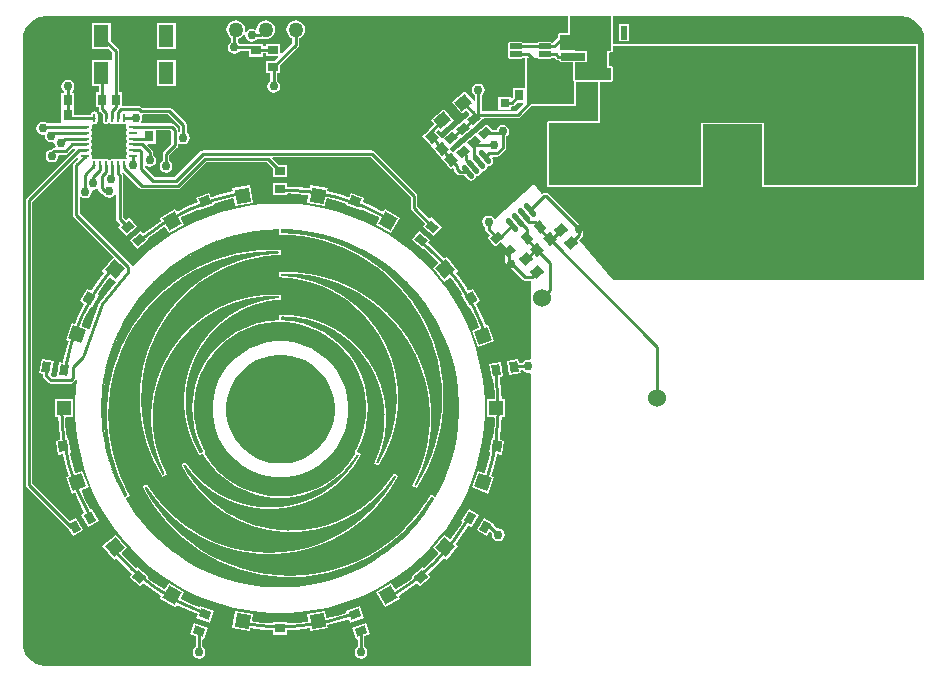
<source format=gtl>
G04 Layer_Physical_Order=1*
G04 Layer_Color=255*
%FSLAX25Y25*%
%MOIN*%
G70*
G01*
G75*
%ADD10C,0.00594*%
%ADD11C,0.01000*%
%ADD12O,0.03150X0.00984*%
%ADD13O,0.00984X0.03150*%
%ADD14R,0.10236X0.10236*%
G04:AMPARAMS|DCode=15|XSize=35.43mil|YSize=27.56mil|CornerRadius=0mil|HoleSize=0mil|Usage=FLASHONLY|Rotation=140.000|XOffset=0mil|YOffset=0mil|HoleType=Round|Shape=Rectangle|*
%AMROTATEDRECTD15*
4,1,4,0.02243,-0.00083,0.00471,-0.02194,-0.02243,0.00083,-0.00471,0.02194,0.02243,-0.00083,0.0*
%
%ADD15ROTATEDRECTD15*%

G04:AMPARAMS|DCode=16|XSize=35.43mil|YSize=27.56mil|CornerRadius=0mil|HoleSize=0mil|Usage=FLASHONLY|Rotation=300.000|XOffset=0mil|YOffset=0mil|HoleType=Round|Shape=Rectangle|*
%AMROTATEDRECTD16*
4,1,4,-0.02079,0.00845,0.00308,0.02223,0.02079,-0.00845,-0.00308,-0.02223,-0.02079,0.00845,0.0*
%
%ADD16ROTATEDRECTD16*%

G04:AMPARAMS|DCode=17|XSize=35.43mil|YSize=27.56mil|CornerRadius=0mil|HoleSize=0mil|Usage=FLASHONLY|Rotation=340.000|XOffset=0mil|YOffset=0mil|HoleType=Round|Shape=Rectangle|*
%AMROTATEDRECTD17*
4,1,4,-0.02136,-0.00689,-0.01194,0.01901,0.02136,0.00689,0.01194,-0.01901,-0.02136,-0.00689,0.0*
%
%ADD17ROTATEDRECTD17*%

G04:AMPARAMS|DCode=18|XSize=35.43mil|YSize=27.56mil|CornerRadius=0mil|HoleSize=0mil|Usage=FLASHONLY|Rotation=20.000|XOffset=0mil|YOffset=0mil|HoleType=Round|Shape=Rectangle|*
%AMROTATEDRECTD18*
4,1,4,-0.01194,-0.01901,-0.02136,0.00689,0.01194,0.01901,0.02136,-0.00689,-0.01194,-0.01901,0.0*
%
%ADD18ROTATEDRECTD18*%

G04:AMPARAMS|DCode=19|XSize=35.43mil|YSize=27.56mil|CornerRadius=0mil|HoleSize=0mil|Usage=FLASHONLY|Rotation=60.000|XOffset=0mil|YOffset=0mil|HoleType=Round|Shape=Rectangle|*
%AMROTATEDRECTD19*
4,1,4,0.00308,-0.02223,-0.02079,-0.00845,-0.00308,0.02223,0.02079,0.00845,0.00308,-0.02223,0.0*
%
%ADD19ROTATEDRECTD19*%

G04:AMPARAMS|DCode=20|XSize=35.43mil|YSize=27.56mil|CornerRadius=0mil|HoleSize=0mil|Usage=FLASHONLY|Rotation=100.000|XOffset=0mil|YOffset=0mil|HoleType=Round|Shape=Rectangle|*
%AMROTATEDRECTD20*
4,1,4,0.01665,-0.01506,-0.01049,-0.01984,-0.01665,0.01506,0.01049,0.01984,0.01665,-0.01506,0.0*
%
%ADD20ROTATEDRECTD20*%

%ADD21P,0.06681X4X75.0*%
%ADD22P,0.06681X4X95.0*%
G04:AMPARAMS|DCode=23|XSize=35.43mil|YSize=31.5mil|CornerRadius=0mil|HoleSize=0mil|Usage=FLASHONLY|Rotation=300.000|XOffset=0mil|YOffset=0mil|HoleType=Round|Shape=Rectangle|*
%AMROTATEDRECTD23*
4,1,4,-0.02250,0.00747,0.00478,0.02322,0.02250,-0.00747,-0.00478,-0.02322,-0.02250,0.00747,0.0*
%
%ADD23ROTATEDRECTD23*%

G04:AMPARAMS|DCode=24|XSize=35.43mil|YSize=31.5mil|CornerRadius=0mil|HoleSize=0mil|Usage=FLASHONLY|Rotation=340.000|XOffset=0mil|YOffset=0mil|HoleType=Round|Shape=Rectangle|*
%AMROTATEDRECTD24*
4,1,4,-0.02203,-0.00874,-0.01126,0.02086,0.02203,0.00874,0.01126,-0.02086,-0.02203,-0.00874,0.0*
%
%ADD24ROTATEDRECTD24*%

G04:AMPARAMS|DCode=25|XSize=35.43mil|YSize=31.5mil|CornerRadius=0mil|HoleSize=0mil|Usage=FLASHONLY|Rotation=20.000|XOffset=0mil|YOffset=0mil|HoleType=Round|Shape=Rectangle|*
%AMROTATEDRECTD25*
4,1,4,-0.01126,-0.02086,-0.02203,0.00874,0.01126,0.02086,0.02203,-0.00874,-0.01126,-0.02086,0.0*
%
%ADD25ROTATEDRECTD25*%

G04:AMPARAMS|DCode=26|XSize=35.43mil|YSize=31.5mil|CornerRadius=0mil|HoleSize=0mil|Usage=FLASHONLY|Rotation=60.000|XOffset=0mil|YOffset=0mil|HoleType=Round|Shape=Rectangle|*
%AMROTATEDRECTD26*
4,1,4,0.00478,-0.02322,-0.02250,-0.00747,-0.00478,0.02322,0.02250,0.00747,0.00478,-0.02322,0.0*
%
%ADD26ROTATEDRECTD26*%

G04:AMPARAMS|DCode=27|XSize=35.43mil|YSize=31.5mil|CornerRadius=0mil|HoleSize=0mil|Usage=FLASHONLY|Rotation=100.000|XOffset=0mil|YOffset=0mil|HoleType=Round|Shape=Rectangle|*
%AMROTATEDRECTD27*
4,1,4,0.01859,-0.01471,-0.01243,-0.02018,-0.01859,0.01471,0.01243,0.02018,0.01859,-0.01471,0.0*
%
%ADD27ROTATEDRECTD27*%

G04:AMPARAMS|DCode=28|XSize=35.43mil|YSize=31.5mil|CornerRadius=0mil|HoleSize=0mil|Usage=FLASHONLY|Rotation=140.000|XOffset=0mil|YOffset=0mil|HoleType=Round|Shape=Rectangle|*
%AMROTATEDRECTD28*
4,1,4,0.02369,0.00068,0.00345,-0.02345,-0.02369,-0.00068,-0.00345,0.02345,0.02369,0.00068,0.0*
%
%ADD28ROTATEDRECTD28*%

%ADD29R,0.03543X0.03150*%
G04:AMPARAMS|DCode=30|XSize=35.43mil|YSize=31.5mil|CornerRadius=0mil|HoleSize=0mil|Usage=FLASHONLY|Rotation=220.000|XOffset=0mil|YOffset=0mil|HoleType=Round|Shape=Rectangle|*
%AMROTATEDRECTD30*
4,1,4,0.00345,0.02345,0.02369,-0.00068,-0.00345,-0.02345,-0.02369,0.00068,0.00345,0.02345,0.0*
%
%ADD30ROTATEDRECTD30*%

G04:AMPARAMS|DCode=31|XSize=35.43mil|YSize=31.5mil|CornerRadius=0mil|HoleSize=0mil|Usage=FLASHONLY|Rotation=260.000|XOffset=0mil|YOffset=0mil|HoleType=Round|Shape=Rectangle|*
%AMROTATEDRECTD31*
4,1,4,-0.01243,0.02018,0.01859,0.01471,0.01243,-0.02018,-0.01859,-0.01471,-0.01243,0.02018,0.0*
%
%ADD31ROTATEDRECTD31*%

%ADD32R,0.03543X0.02756*%
G04:AMPARAMS|DCode=33|XSize=35.43mil|YSize=27.56mil|CornerRadius=0mil|HoleSize=0mil|Usage=FLASHONLY|Rotation=220.000|XOffset=0mil|YOffset=0mil|HoleType=Round|Shape=Rectangle|*
%AMROTATEDRECTD33*
4,1,4,0.00471,0.02194,0.02243,0.00083,-0.00471,-0.02194,-0.02243,-0.00083,0.00471,0.02194,0.0*
%
%ADD33ROTATEDRECTD33*%

G04:AMPARAMS|DCode=34|XSize=35.43mil|YSize=27.56mil|CornerRadius=0mil|HoleSize=0mil|Usage=FLASHONLY|Rotation=260.000|XOffset=0mil|YOffset=0mil|HoleType=Round|Shape=Rectangle|*
%AMROTATEDRECTD34*
4,1,4,-0.01049,0.01984,0.01665,0.01506,0.01049,-0.01984,-0.01665,-0.01506,-0.01049,0.01984,0.0*
%
%ADD34ROTATEDRECTD34*%

%ADD35P,0.06681X4X155.0*%
%ADD36P,0.06681X4X195.0*%
%ADD37P,0.06681X4X235.0*%
%ADD38P,0.06681X4X175.0*%
%ADD39P,0.06681X4X215.0*%
%ADD40R,0.04724X0.04724*%
%ADD41P,0.06681X4X295.0*%
G04:AMPARAMS|DCode=42|XSize=17.72mil|YSize=41.34mil|CornerRadius=1.95mil|HoleSize=0mil|Usage=FLASHONLY|Rotation=90.000|XOffset=0mil|YOffset=0mil|HoleType=Round|Shape=RoundedRectangle|*
%AMROUNDEDRECTD42*
21,1,0.01772,0.03744,0,0,90.0*
21,1,0.01382,0.04134,0,0,90.0*
1,1,0.00390,0.01872,0.00691*
1,1,0.00390,0.01872,-0.00691*
1,1,0.00390,-0.01872,-0.00691*
1,1,0.00390,-0.01872,0.00691*
%
%ADD42ROUNDEDRECTD42*%
%ADD43R,0.03150X0.03543*%
%ADD44R,0.19685X0.19685*%
%ADD45R,0.07874X0.02559*%
%ADD46R,0.02362X0.04528*%
%ADD47R,0.02756X0.03543*%
%ADD48R,0.03150X0.03150*%
%ADD49R,0.05118X0.07480*%
G04:AMPARAMS|DCode=50|XSize=39.37mil|YSize=45.28mil|CornerRadius=0mil|HoleSize=0mil|Usage=FLASHONLY|Rotation=310.000|XOffset=0mil|YOffset=0mil|HoleType=Round|Shape=Rectangle|*
%AMROTATEDRECTD50*
4,1,4,-0.03000,0.00053,0.00469,0.02963,0.03000,-0.00053,-0.00469,-0.02963,-0.03000,0.00053,0.0*
%
%ADD50ROTATEDRECTD50*%

G04:AMPARAMS|DCode=51|XSize=35.43mil|YSize=31.5mil|CornerRadius=0mil|HoleSize=0mil|Usage=FLASHONLY|Rotation=130.000|XOffset=0mil|YOffset=0mil|HoleType=Round|Shape=Rectangle|*
%AMROTATEDRECTD51*
4,1,4,0.02345,-0.00345,-0.00068,-0.02369,-0.02345,0.00345,0.00068,0.02369,0.02345,-0.00345,0.0*
%
%ADD51ROTATEDRECTD51*%

G04:AMPARAMS|DCode=52|XSize=35.43mil|YSize=27.56mil|CornerRadius=0mil|HoleSize=0mil|Usage=FLASHONLY|Rotation=130.000|XOffset=0mil|YOffset=0mil|HoleType=Round|Shape=Rectangle|*
%AMROTATEDRECTD52*
4,1,4,0.02194,-0.00471,0.00083,-0.02243,-0.02194,0.00471,-0.00083,0.02243,0.02194,-0.00471,0.0*
%
%ADD52ROTATEDRECTD52*%

G04:AMPARAMS|DCode=53|XSize=17.72mil|YSize=55.12mil|CornerRadius=0mil|HoleSize=0mil|Usage=FLASHONLY|Rotation=220.000|XOffset=0mil|YOffset=0mil|HoleType=Round|Shape=Round|*
%AMOVALD53*
21,1,0.03740,0.01772,0.00000,0.00000,310.0*
1,1,0.01772,-0.01202,0.01433*
1,1,0.01772,0.01202,-0.01433*
%
%ADD53OVALD53*%

%ADD54C,0.05000*%
%ADD55C,0.00445*%
%ADD56C,0.06000*%
%ADD57C,0.02598*%
%ADD58C,0.03017*%
G36*
X217205Y241609D02*
X217569Y241365D01*
X217998Y241280D01*
X218386Y240983D01*
Y240522D01*
X222996D01*
Y234600D01*
X223186Y234141D01*
X223300Y234094D01*
X223300Y226500D01*
X207600Y226500D01*
X207600Y241900D01*
X211143D01*
X211263Y241819D01*
X211574Y241758D01*
X215318D01*
X215628Y241819D01*
X215749Y241900D01*
X216914D01*
X217205Y241609D01*
D02*
G37*
G36*
X235600Y244335D02*
X234319D01*
Y238607D01*
X235600D01*
Y234600D01*
X223646D01*
Y240522D01*
X227460D01*
Y244281D01*
X223646D01*
Y244600D01*
X218400D01*
Y249507D01*
X221800D01*
Y249828D01*
X221919D01*
Y254572D01*
X221800D01*
Y255906D01*
X235600D01*
Y244335D01*
D02*
G37*
G36*
X337300Y199914D02*
X336841Y199500D01*
X286919D01*
X286442Y199557D01*
X286442Y200000D01*
Y220443D01*
X265558D01*
Y200000D01*
X265558Y199557D01*
X265081Y199500D01*
X214800D01*
Y220300D01*
X231900Y220300D01*
X231900Y233951D01*
X235600D01*
X236059Y234141D01*
X236249Y234600D01*
Y238607D01*
X236059Y239066D01*
X235600Y239257D01*
X234968D01*
Y243685D01*
X235600D01*
X236059Y243875D01*
X236249Y244335D01*
Y246000D01*
X337300Y246000D01*
X337300Y199914D01*
D02*
G37*
G36*
X332621Y255890D02*
X333113Y255843D01*
X333602Y255766D01*
X334084Y255658D01*
X334559Y255520D01*
X335024Y255353D01*
X335479Y255156D01*
X335919Y254931D01*
X336345Y254680D01*
X336754Y254402D01*
X337145Y254098D01*
X337516Y253771D01*
X337866Y253422D01*
X338193Y253050D01*
X338496Y252660D01*
X338774Y252251D01*
X339026Y251825D01*
X339251Y251384D01*
X339447Y250930D01*
X339615Y250465D01*
X339753Y249990D01*
X339861Y249507D01*
X339938Y249019D01*
X339985Y248526D01*
X340000Y248031D01*
Y168300D01*
X340000Y167800D01*
X236100D01*
X224937Y181379D01*
X225793Y182235D01*
X226036Y182599D01*
X226122Y183028D01*
X226121Y183028D01*
Y184900D01*
X226122Y184900D01*
X226036Y185329D01*
X225793Y185693D01*
X214793Y196693D01*
X214429Y196936D01*
X214000Y197022D01*
X214000Y197022D01*
X213271D01*
X213271Y197022D01*
X212842Y196936D01*
X212478Y196693D01*
X212099Y196995D01*
X209741Y199863D01*
X196951Y188406D01*
X196455Y188468D01*
X196220Y188820D01*
X195523Y189286D01*
X194700Y189450D01*
X193877Y189286D01*
X193180Y188820D01*
X192714Y188123D01*
X192550Y187300D01*
X192714Y186477D01*
X193180Y185780D01*
X193578Y185514D01*
Y184901D01*
X193578Y184901D01*
X193664Y184472D01*
X193907Y184108D01*
X195033Y182982D01*
X195012Y182482D01*
X194473Y182030D01*
X197016Y179000D01*
X198873Y180558D01*
X200595Y178528D01*
X200564Y178309D01*
X200321Y177945D01*
X200236Y177516D01*
Y174443D01*
X200236Y174443D01*
X200321Y174013D01*
X200565Y173649D01*
X206107Y168107D01*
X206107Y168107D01*
X206471Y167864D01*
X206900Y167778D01*
X208800D01*
Y141623D01*
X208300Y141250D01*
X207800Y141350D01*
X206977Y141186D01*
X206280Y140720D01*
X206014Y140322D01*
X204818D01*
X204591Y141609D01*
X200695Y140922D01*
X201519Y136251D01*
X205415Y136938D01*
X205292Y137633D01*
X205623Y138019D01*
X206063Y138004D01*
X206280Y137680D01*
X206977Y137214D01*
X207800Y137050D01*
X208300Y137150D01*
X208800Y136777D01*
Y39370D01*
X47244D01*
X46750Y39386D01*
X46257Y39432D01*
X45769Y39509D01*
X45286Y39617D01*
X44811Y39755D01*
X44346Y39923D01*
X43892Y40119D01*
X43451Y40344D01*
X43025Y40596D01*
X42616Y40874D01*
X42225Y41177D01*
X41854Y41504D01*
X41504Y41854D01*
X41177Y42225D01*
X40874Y42616D01*
X40596Y43025D01*
X40344Y43451D01*
X40119Y43892D01*
X39923Y44346D01*
X39755Y44811D01*
X39617Y45286D01*
X39509Y45769D01*
X39432Y46257D01*
X39386Y46750D01*
X39370Y47244D01*
Y248031D01*
X39386Y248526D01*
X39432Y249019D01*
X39509Y249507D01*
X39617Y249990D01*
X39755Y250465D01*
X39923Y250930D01*
X40119Y251384D01*
X40344Y251825D01*
X40596Y252251D01*
X40874Y252660D01*
X41177Y253050D01*
X41504Y253422D01*
X41854Y253771D01*
X42225Y254098D01*
X42616Y254402D01*
X43025Y254680D01*
X43451Y254931D01*
X43892Y255156D01*
X44346Y255353D01*
X44811Y255520D01*
X45286Y255658D01*
X45769Y255766D01*
X46257Y255843D01*
X46750Y255890D01*
X47244Y255906D01*
X221151D01*
Y254572D01*
X221269Y254285D01*
Y251672D01*
Y250156D01*
X218400D01*
X217941Y249966D01*
X217751Y249507D01*
Y248594D01*
X217623Y248510D01*
X217623Y248510D01*
X216373Y247260D01*
X215891Y247082D01*
X215628Y247258D01*
X215318Y247320D01*
X211574D01*
X211263Y247258D01*
X211001Y247082D01*
X210905Y246940D01*
X206340D01*
X206245Y247082D01*
X205982Y247258D01*
X205672Y247320D01*
X201928D01*
X201618Y247258D01*
X201355Y247082D01*
X201179Y246819D01*
X201117Y246509D01*
Y245127D01*
X201179Y244817D01*
X201346Y244539D01*
X201179Y244260D01*
X201117Y243950D01*
Y242568D01*
X201179Y242258D01*
X201355Y241995D01*
X201618Y241819D01*
X201928Y241758D01*
X205672D01*
X205982Y241819D01*
X206245Y241995D01*
X206759Y241876D01*
X206951Y241637D01*
X206951Y232330D01*
X206948Y231831D01*
X202992D01*
Y231587D01*
Y229067D01*
X202660Y228735D01*
X202198Y228926D01*
D01*
Y229084D01*
X197848D01*
Y224735D01*
X202198D01*
Y225381D01*
X202420Y225788D01*
X202850Y225873D01*
X203214Y226116D01*
X204185Y227087D01*
X206264D01*
X206456Y226625D01*
X203952Y224121D01*
X192444D01*
Y229492D01*
X192842Y229758D01*
X193308Y230455D01*
X193472Y231278D01*
X193308Y232101D01*
X192842Y232798D01*
X192145Y233264D01*
X191322Y233428D01*
X190499Y233264D01*
X189802Y232798D01*
X189336Y232101D01*
X189172Y231278D01*
X189336Y230455D01*
X189802Y229758D01*
X190200Y229492D01*
Y227710D01*
X189700Y227528D01*
X186887Y230882D01*
X182499Y227200D01*
X185801Y223265D01*
X187304Y224527D01*
X188342Y223489D01*
X188313Y222811D01*
X186708Y221465D01*
X186708Y221465D01*
X182955Y218316D01*
X182955Y218316D01*
X182572Y217994D01*
X179479Y215399D01*
X179136Y215217D01*
X178831Y215455D01*
X177161Y217445D01*
X177686Y217970D01*
X178185Y217948D01*
X178714Y217318D01*
X183101Y221000D01*
X179799Y224935D01*
X175411Y221253D01*
X176500Y219956D01*
X175080Y218536D01*
X174837Y218173D01*
X174754Y217754D01*
X172683Y216016D01*
X175575Y212569D01*
X175897Y212186D01*
X175897Y212186D01*
X178789Y208738D01*
X179111Y208355D01*
X179432Y207972D01*
X182160Y204722D01*
X182678Y205157D01*
X183178Y204924D01*
Y204800D01*
X183178Y204800D01*
X183264Y204371D01*
X183507Y204007D01*
X184307Y203207D01*
X184671Y202964D01*
X185100Y202878D01*
X185100Y202878D01*
X186663D01*
X187742Y201594D01*
X188203Y201224D01*
X188770Y201058D01*
X189358Y201123D01*
X189876Y201407D01*
X190246Y201868D01*
X190368Y202288D01*
X190592Y202544D01*
X190883Y202720D01*
X191318Y202768D01*
X191836Y203052D01*
X192206Y203513D01*
X192372Y204080D01*
X192843Y204365D01*
X193278Y204413D01*
X193797Y204697D01*
X194167Y205158D01*
X194289Y205578D01*
X194651Y205993D01*
X195239Y206057D01*
X195757Y206342D01*
X196127Y206803D01*
X196292Y207370D01*
X196228Y207958D01*
X195944Y208476D01*
X195825Y208617D01*
X196037Y209070D01*
X197663D01*
X197663Y209070D01*
X198092Y209156D01*
X198456Y209399D01*
X200193Y211135D01*
X200436Y211499D01*
X200522Y211928D01*
X200522Y211929D01*
Y215814D01*
X200920Y216080D01*
X201386Y216777D01*
X201550Y217600D01*
X201386Y218423D01*
X200920Y219120D01*
X200223Y219586D01*
X199400Y219750D01*
X198577Y219586D01*
X197880Y219120D01*
X197414Y218423D01*
X197344Y218072D01*
X195747D01*
X194138Y219990D01*
X190504Y216941D01*
X190504Y216941D01*
X186751Y213792D01*
X186751Y213792D01*
X186368Y213470D01*
X182997Y210642D01*
X182627Y210931D01*
X182278Y211348D01*
X181966Y211734D01*
X182052Y212394D01*
X185378Y215184D01*
X185378Y215184D01*
X185761Y215506D01*
X189131Y218334D01*
X189131Y218334D01*
X192885Y221484D01*
Y221484D01*
X193069Y221879D01*
X204416D01*
X204416Y221878D01*
X204846Y221964D01*
X205210Y222207D01*
X206250Y223248D01*
X208853Y225851D01*
X223300Y225851D01*
X223759Y226041D01*
X223949Y226500D01*
X223949Y233951D01*
X231251D01*
X231251Y220949D01*
X214800Y220949D01*
X214341Y220759D01*
X214151Y220300D01*
Y199500D01*
X214341Y199041D01*
X214800Y198851D01*
X265081D01*
X265119Y198866D01*
X265159Y198855D01*
X265635Y198913D01*
X265820Y199017D01*
X266017Y199098D01*
X266033Y199136D01*
X266068Y199157D01*
X266126Y199361D01*
X266207Y199557D01*
X266207Y200000D01*
Y219793D01*
X285793D01*
Y200000D01*
X285793Y199557D01*
X285874Y199361D01*
X285932Y199157D01*
X285967Y199136D01*
X285983Y199098D01*
X286180Y199017D01*
X286365Y198913D01*
X286841Y198855D01*
X286881Y198866D01*
X286919Y198851D01*
X336841D01*
X337057Y198940D01*
X337277Y199018D01*
X337735Y199432D01*
X337743Y199448D01*
X337759Y199455D01*
X337848Y199670D01*
X337949Y199881D01*
X337943Y199898D01*
X337949Y199914D01*
X337949Y246000D01*
X337759Y246459D01*
X337300Y246649D01*
X243300Y246649D01*
D01*
X236249D01*
Y255906D01*
X332126D01*
X332621Y255890D01*
D02*
G37*
%LPC*%
G36*
X171672Y184282D02*
X169129Y181252D01*
X172763Y178203D01*
X172837Y178291D01*
X173336Y178322D01*
X175914Y175922D01*
X177911Y173777D01*
X177880Y173278D01*
X176157Y171831D01*
X179965Y167293D01*
X181703Y168751D01*
X182201Y168703D01*
X182616Y168187D01*
X185536Y163981D01*
X185886Y163391D01*
X185760Y162908D01*
X185650Y162845D01*
X188022Y158737D01*
X188131Y158800D01*
X188610Y158656D01*
X190441Y154999D01*
X191528Y152374D01*
X191327Y151916D01*
X189032Y151081D01*
X191058Y145514D01*
X196625Y147540D01*
X194599Y153107D01*
X193783Y152810D01*
X192489Y155934D01*
X190399Y160109D01*
X191789Y160911D01*
X189417Y165019D01*
X188016Y164210D01*
X187430Y165198D01*
X184418Y169536D01*
X183700Y170428D01*
X184503Y171101D01*
X180695Y175640D01*
X179884Y174959D01*
X177506Y177514D01*
X174519Y180295D01*
X175306Y181233D01*
X171672Y184282D01*
D02*
G37*
G36*
X127565Y200336D02*
X122821D01*
Y196380D01*
X127565D01*
Y196486D01*
X127924Y196834D01*
X130310Y196748D01*
X134353Y196314D01*
X134654Y195914D01*
X134260Y193681D01*
X140094Y192652D01*
X140491Y194901D01*
X140911Y195172D01*
X145402Y194026D01*
X147129Y193451D01*
X147346Y193001D01*
X147309Y192899D01*
X151766Y191277D01*
X151803Y191378D01*
X152261Y191580D01*
X154991Y190449D01*
X158119Y188883D01*
X158263Y188404D01*
X157135Y186450D01*
X162265Y183488D01*
X165227Y188618D01*
X160097Y191581D01*
X159572Y190672D01*
X155926Y192497D01*
X152697Y193834D01*
X153254Y195364D01*
X148797Y196986D01*
X148239Y195453D01*
X146036Y196186D01*
X140947Y197485D01*
X141123Y198486D01*
X135289Y199515D01*
X135109Y198495D01*
X130471Y198994D01*
X127565Y199098D01*
Y200336D01*
D02*
G37*
G36*
X70421Y83109D02*
X65883Y79300D01*
X69691Y74762D01*
X70502Y75442D01*
X72880Y72888D01*
X75867Y70106D01*
X74827Y68867D01*
X78461Y65818D01*
X79506Y67064D01*
X80857Y65975D01*
X85195Y62963D01*
X85675Y62679D01*
X85158Y61783D01*
X90289Y58821D01*
X90814Y59730D01*
X94460Y57905D01*
X97689Y56567D01*
X97267Y55408D01*
X101724Y53785D01*
X103077Y57503D01*
X98620Y59125D01*
X98582Y59023D01*
X98125Y58822D01*
X95395Y59953D01*
X92267Y61519D01*
X92123Y61997D01*
X93251Y63952D01*
X88121Y66914D01*
X86978Y64935D01*
X86555Y64825D01*
X86372Y64885D01*
X82206Y67778D01*
X81231Y68564D01*
X81182Y69061D01*
X81256Y69150D01*
X77623Y72199D01*
X77549Y72110D01*
X77050Y72080D01*
X74472Y74480D01*
X72475Y76625D01*
X72505Y77124D01*
X74229Y78570D01*
X70421Y83109D01*
D02*
G37*
G36*
X151766Y59125D02*
X147309Y57503D01*
X147346Y57401D01*
X147129Y56951D01*
X145402Y56376D01*
X140911Y55230D01*
X140491Y55501D01*
X140094Y57749D01*
X134260Y56721D01*
X134654Y54488D01*
X134353Y54088D01*
X130310Y53653D01*
X127924Y53568D01*
X127565Y53915D01*
Y54021D01*
X122821D01*
Y53915D01*
X122461Y53568D01*
X120076Y53653D01*
X116033Y54088D01*
X115732Y54488D01*
X116126Y56721D01*
X110292Y57749D01*
X109263Y51915D01*
X115097Y50886D01*
X115277Y51906D01*
X119915Y51407D01*
X122821Y51304D01*
Y49672D01*
X127565D01*
Y51304D01*
X130471Y51407D01*
X135109Y51906D01*
X135289Y50886D01*
X141123Y51915D01*
X140946Y52917D01*
X146036Y54216D01*
X148239Y54949D01*
X148662Y53785D01*
X153119Y55408D01*
X151766Y59125D01*
D02*
G37*
G36*
X198775Y140584D02*
X194879Y139897D01*
X195703Y135225D01*
X195843Y135250D01*
X196243Y134950D01*
X196740Y130318D01*
X196805Y128523D01*
X196457Y128163D01*
X194207D01*
Y122239D01*
X196457D01*
X196805Y121879D01*
X196740Y120084D01*
X196243Y115452D01*
X195843Y115152D01*
X195703Y115176D01*
X194879Y110505D01*
X195019Y110480D01*
X195293Y110088D01*
X195277Y109927D01*
X194018Y104992D01*
X193630Y103826D01*
X193179Y103608D01*
X191058Y104380D01*
X189032Y98813D01*
X194599Y96787D01*
X196625Y102354D01*
X195631Y102716D01*
X196178Y104358D01*
X197484Y109475D01*
X197584Y110028D01*
X199163Y109750D01*
X199986Y114421D01*
X198424Y114696D01*
X198986Y119923D01*
X199069Y122239D01*
X200132D01*
Y128163D01*
X199069D01*
X198986Y130479D01*
X198424Y135705D01*
X199599Y135912D01*
X198775Y140584D01*
D02*
G37*
G36*
X188022Y91665D02*
X185650Y87557D01*
X185760Y87494D01*
X185886Y87010D01*
X185536Y86420D01*
X182616Y82214D01*
X182201Y81699D01*
X181703Y81650D01*
X179965Y83109D01*
X176157Y78570D01*
X177880Y77124D01*
X177911Y76625D01*
X175914Y74480D01*
X173336Y72080D01*
X172837Y72110D01*
X172763Y72199D01*
X169129Y69150D01*
X169203Y69061D01*
X169155Y68564D01*
X168179Y67778D01*
X164014Y64885D01*
X163831Y64825D01*
X163408Y64935D01*
X162265Y66914D01*
X157135Y63952D01*
X160097Y58821D01*
X165227Y61783D01*
X164711Y62679D01*
X165190Y62963D01*
X169528Y65975D01*
X170879Y67064D01*
X171925Y65818D01*
X175559Y68867D01*
X174519Y70106D01*
X177506Y72888D01*
X179884Y75442D01*
X180695Y74762D01*
X184503Y79300D01*
X183700Y79974D01*
X184418Y80865D01*
X187430Y85203D01*
X187950Y86080D01*
X188120Y86118D01*
X188154Y86111D01*
X189076Y85579D01*
X191448Y89687D01*
X188022Y91665D01*
D02*
G37*
G36*
X193136Y88712D02*
X190765Y84604D01*
X194191Y82626D01*
X194936Y83917D01*
X195431Y83982D01*
X195844Y83570D01*
X195750Y83100D01*
X195914Y82277D01*
X196380Y81580D01*
X197077Y81114D01*
X197900Y80950D01*
X198723Y81114D01*
X199420Y81580D01*
X199886Y82277D01*
X200050Y83100D01*
X199886Y83923D01*
X199420Y84620D01*
X198723Y85086D01*
X197900Y85250D01*
X197430Y85156D01*
X196302Y86284D01*
X196562Y86734D01*
X193136Y88712D01*
D02*
G37*
G36*
X56179Y128163D02*
X50254D01*
Y122239D01*
X51317D01*
X51400Y119923D01*
X51961Y114696D01*
X50399Y114421D01*
X51223Y109750D01*
X52802Y110028D01*
X52902Y109475D01*
X54208Y104358D01*
X54754Y102716D01*
X53761Y102354D01*
X55787Y96787D01*
X56786Y97150D01*
X57897Y94468D01*
X59987Y90293D01*
X58938Y89687D01*
X61310Y85579D01*
X64736Y87557D01*
X62364Y91665D01*
X62254Y91602D01*
X61775Y91746D01*
X59945Y95403D01*
X59040Y97587D01*
X59242Y98044D01*
X61354Y98813D01*
X59328Y104380D01*
X57206Y103608D01*
X56756Y103826D01*
X56368Y104992D01*
X55108Y109927D01*
X55093Y110088D01*
X55367Y110480D01*
X55507Y110505D01*
X54683Y115176D01*
X54543Y115152D01*
X54143Y115452D01*
X53645Y120084D01*
X53581Y121879D01*
X53928Y122239D01*
X56179D01*
Y128163D01*
D02*
G37*
G36*
X90486Y253739D02*
X84168D01*
Y245059D01*
X90486D01*
Y253739D01*
D02*
G37*
G36*
Y241141D02*
X84168D01*
Y232461D01*
X90486D01*
Y241141D01*
D02*
G37*
G36*
X241621Y253193D02*
X238059D01*
Y247465D01*
X241621D01*
Y253193D01*
D02*
G37*
G36*
X130400Y254527D02*
X129591Y254420D01*
X128837Y254108D01*
X128189Y253611D01*
X127692Y252963D01*
X127380Y252209D01*
X127273Y251400D01*
X127380Y250591D01*
X127692Y249837D01*
X128189Y249189D01*
X128837Y248692D01*
X129278Y248509D01*
Y246812D01*
X125734Y243267D01*
X125272Y243458D01*
Y246731D01*
X120528D01*
Y245874D01*
X119672D01*
Y246731D01*
X114928D01*
Y246621D01*
X111786D01*
X111520Y247020D01*
X111122Y247286D01*
Y248368D01*
X111209Y248380D01*
X111963Y248692D01*
X112611Y249189D01*
X113108Y249837D01*
X113588Y249689D01*
X113550Y249500D01*
X113714Y248677D01*
X114180Y247980D01*
X114877Y247514D01*
X115700Y247350D01*
X116523Y247514D01*
X117220Y247980D01*
X117486Y248378D01*
X118500D01*
X118500Y248378D01*
X118929Y248464D01*
X119105Y248581D01*
X119591Y248380D01*
X120400Y248273D01*
X121209Y248380D01*
X121963Y248692D01*
X122611Y249189D01*
X123108Y249837D01*
X123420Y250591D01*
X123527Y251400D01*
X123420Y252209D01*
X123108Y252963D01*
X122611Y253611D01*
X121963Y254108D01*
X121209Y254420D01*
X120400Y254527D01*
X119591Y254420D01*
X118837Y254108D01*
X118189Y253611D01*
X117692Y252963D01*
X117380Y252209D01*
X117296Y251571D01*
X116915Y251337D01*
X116780Y251314D01*
X116523Y251486D01*
X115700Y251650D01*
X114877Y251486D01*
X114180Y251020D01*
X113932Y250649D01*
X113452Y250830D01*
X113527Y251400D01*
X113420Y252209D01*
X113108Y252963D01*
X112611Y253611D01*
X111963Y254108D01*
X111209Y254420D01*
X110400Y254527D01*
X109591Y254420D01*
X108837Y254108D01*
X108189Y253611D01*
X107692Y252963D01*
X107380Y252209D01*
X107273Y251400D01*
X107380Y250591D01*
X107692Y249837D01*
X108189Y249189D01*
X108837Y248692D01*
X108878Y248675D01*
Y247286D01*
X108480Y247020D01*
X108014Y246323D01*
X107850Y245500D01*
X108014Y244677D01*
X108480Y243980D01*
X109177Y243514D01*
X110000Y243350D01*
X110823Y243514D01*
X111520Y243980D01*
X111786Y244378D01*
X114928D01*
Y242381D01*
X119672D01*
Y243631D01*
X120528D01*
Y242775D01*
X124588D01*
X124779Y242313D01*
X123292Y240825D01*
X120528D01*
Y236869D01*
X121978D01*
Y234286D01*
X121580Y234020D01*
X121114Y233323D01*
X120950Y232500D01*
X121114Y231677D01*
X121580Y230980D01*
X122277Y230514D01*
X123100Y230350D01*
X123923Y230514D01*
X124620Y230980D01*
X125086Y231677D01*
X125250Y232500D01*
X125086Y233323D01*
X124620Y234020D01*
X124222Y234286D01*
Y236869D01*
X125272D01*
Y239633D01*
X131193Y245554D01*
X131193Y245554D01*
X131436Y245918D01*
X131522Y246347D01*
X131522Y246347D01*
Y248509D01*
X131963Y248692D01*
X132611Y249189D01*
X133108Y249837D01*
X133420Y250591D01*
X133527Y251400D01*
X133420Y252209D01*
X133108Y252963D01*
X132611Y253611D01*
X131963Y254108D01*
X131209Y254420D01*
X130400Y254527D01*
D02*
G37*
G36*
X153786Y53576D02*
X149329Y51953D01*
X150682Y48236D01*
X150682D01*
X151078Y47958D01*
Y45686D01*
X150680Y45420D01*
X150214Y44723D01*
X150050Y43900D01*
X150214Y43077D01*
X150680Y42380D01*
X151377Y41914D01*
X152200Y41750D01*
X153023Y41914D01*
X153720Y42380D01*
X154186Y43077D01*
X154350Y43900D01*
X154186Y44723D01*
X153720Y45420D01*
X153322Y45686D01*
Y49197D01*
X155139Y49858D01*
X153786Y53576D01*
D02*
G37*
G36*
X115097Y199515D02*
X109263Y198486D01*
X109439Y197485D01*
X104350Y196186D01*
X102147Y195453D01*
X101589Y196986D01*
X97132Y195364D01*
X97689Y193834D01*
X94460Y192497D01*
X90814Y190672D01*
X90289Y191581D01*
X85158Y188618D01*
X85675Y187723D01*
X85195Y187438D01*
X80857Y184426D01*
X79506Y183338D01*
X78714Y184282D01*
X75080Y181233D01*
X77623Y178203D01*
X81256Y181252D01*
X81182Y181340D01*
X81231Y181838D01*
X82206Y182624D01*
X86372Y185516D01*
X86555Y185577D01*
X86978Y185466D01*
X88121Y183488D01*
X93251Y186450D01*
X92123Y188404D01*
X92267Y188883D01*
X95395Y190449D01*
X98125Y191580D01*
X98582Y191378D01*
X98620Y191277D01*
X103077Y192899D01*
X103040Y193001D01*
X103257Y193451D01*
X104984Y194026D01*
X109475Y195172D01*
X109895Y194901D01*
X110292Y192652D01*
X116126Y193681D01*
X115097Y199515D01*
D02*
G37*
G36*
X68832Y253739D02*
X62514D01*
Y245059D01*
X68127D01*
X69323Y243864D01*
Y241164D01*
X68832Y241141D01*
Y241141D01*
X62514D01*
Y232461D01*
X64834D01*
Y230472D01*
X63781D01*
Y225728D01*
X64834D01*
Y224870D01*
X64920Y224441D01*
X65163Y224077D01*
X65343Y223957D01*
X66120Y223179D01*
Y221995D01*
X66127Y221963D01*
Y220913D01*
X66211Y220487D01*
X66453Y220126D01*
X66814Y219885D01*
X67240Y219800D01*
X67666Y219885D01*
X68028Y220126D01*
X68421D01*
X68783Y219885D01*
X69209Y219800D01*
X69635Y219885D01*
X69853Y220030D01*
X70193Y220091D01*
X70533Y220030D01*
X70751Y219885D01*
X71177Y219800D01*
X71603Y219885D01*
X71821Y220030D01*
X72161Y220091D01*
X72502Y220030D01*
X72720Y219885D01*
X73146Y219800D01*
X73572Y219885D01*
X73708Y219976D01*
X73737Y219995D01*
X74097Y219634D01*
X74078Y219606D01*
X73987Y219469D01*
X73902Y219043D01*
X73987Y218617D01*
X74133Y218400D01*
X74193Y218059D01*
X74133Y217719D01*
X73987Y217501D01*
X73902Y217075D01*
X73987Y216649D01*
X74133Y216431D01*
X74193Y216091D01*
X74133Y215750D01*
X73987Y215532D01*
X73902Y215106D01*
X73987Y214680D01*
X74133Y214462D01*
X74193Y214122D01*
X74133Y213782D01*
X73987Y213564D01*
X73902Y213138D01*
X73987Y212712D01*
X74228Y212350D01*
Y211957D01*
X73987Y211595D01*
X73902Y211169D01*
X73987Y210743D01*
X74133Y210525D01*
X74193Y210185D01*
X74133Y209845D01*
X73987Y209627D01*
X73902Y209201D01*
X73987Y208775D01*
X74097Y208610D01*
X73737Y208249D01*
X73572Y208360D01*
X73146Y208444D01*
X72720Y208360D01*
X72502Y208214D01*
X72161Y208153D01*
X71821Y208214D01*
X71603Y208360D01*
X71177Y208444D01*
X70751Y208360D01*
X70533Y208214D01*
X70193Y208153D01*
X69853Y208214D01*
X69635Y208360D01*
X69209Y208444D01*
X68783Y208360D01*
X68421Y208118D01*
X68028D01*
X67666Y208360D01*
X67240Y208444D01*
X66814Y208360D01*
X66596Y208214D01*
X66256Y208153D01*
X65916Y208214D01*
X65698Y208360D01*
X65272Y208444D01*
X64846Y208360D01*
X64628Y208214D01*
X64287Y208153D01*
X63947Y208214D01*
X63729Y208360D01*
X63303Y208444D01*
X62877Y208360D01*
X62741Y208268D01*
X62712Y208249D01*
X62352Y208610D01*
X62371Y208639D01*
X62462Y208775D01*
X62547Y209201D01*
X62462Y209627D01*
X62316Y209845D01*
X62256Y210185D01*
X62316Y210525D01*
X62462Y210743D01*
X62547Y211169D01*
X62462Y211595D01*
X62316Y211813D01*
X62256Y212154D01*
X62316Y212494D01*
X62462Y212712D01*
X62547Y213138D01*
X62462Y213564D01*
X62316Y213782D01*
X62256Y214122D01*
X62316Y214462D01*
X62462Y214680D01*
X62547Y215106D01*
X62462Y215532D01*
X62316Y215750D01*
X62256Y216091D01*
X62316Y216431D01*
X62462Y216649D01*
X62547Y217075D01*
X62462Y217501D01*
X62316Y217719D01*
X62256Y218059D01*
X62316Y218400D01*
X62462Y218617D01*
X62547Y219043D01*
X62462Y219469D01*
X62371Y219605D01*
X62352Y219634D01*
X62712Y219995D01*
X62741Y219976D01*
X62877Y219885D01*
X63303Y219800D01*
X63729Y219885D01*
X64091Y220126D01*
X64332Y220487D01*
X64417Y220913D01*
Y221947D01*
X64426Y221995D01*
X64417Y222043D01*
Y223079D01*
X64332Y223505D01*
X64091Y223866D01*
X63729Y224108D01*
X63303Y224192D01*
X62877Y224108D01*
X62516Y223866D01*
X62274Y223505D01*
X62197Y223117D01*
X56531D01*
Y225172D01*
X56531D01*
Y225528D01*
X56531D01*
Y230272D01*
X55860D01*
X55708Y230772D01*
X56020Y230980D01*
X56486Y231677D01*
X56650Y232500D01*
X56486Y233323D01*
X56020Y234020D01*
X55323Y234486D01*
X54500Y234650D01*
X53677Y234486D01*
X52980Y234020D01*
X52514Y233323D01*
X52350Y232500D01*
X52514Y231677D01*
X52980Y230980D01*
X53234Y230810D01*
Y230272D01*
X52181D01*
Y225528D01*
X52181D01*
Y225172D01*
X52181D01*
Y220664D01*
X52181Y220428D01*
X51791Y220164D01*
X47554D01*
X46923Y220586D01*
X46100Y220750D01*
X45277Y220586D01*
X44580Y220120D01*
X44114Y219423D01*
X43950Y218600D01*
X44114Y217777D01*
X44580Y217080D01*
X45277Y216614D01*
X46100Y216450D01*
X46444Y216519D01*
X46869Y216093D01*
X46850Y216000D01*
X47014Y215177D01*
X47480Y214480D01*
X48177Y214014D01*
X49000Y213850D01*
X49490Y213948D01*
X49927Y213712D01*
X49976Y213573D01*
X50114Y212877D01*
X50357Y212513D01*
X50090Y212013D01*
X49892D01*
X49463Y211928D01*
X49099Y211685D01*
X49099Y211685D01*
X48780Y211366D01*
X48377Y211286D01*
X47680Y210820D01*
X47214Y210123D01*
X47050Y209300D01*
X47214Y208477D01*
X47680Y207780D01*
X48377Y207314D01*
X49200Y207150D01*
X50023Y207314D01*
X50720Y207780D01*
X51186Y208477D01*
X51350Y209300D01*
X51333Y209384D01*
X51650Y209770D01*
X53692D01*
X53692Y209770D01*
X54121Y209856D01*
X54485Y210099D01*
X56260Y211874D01*
X56542Y211836D01*
X56721Y211307D01*
X40694Y195280D01*
X40450Y194916D01*
X40365Y194487D01*
X40365Y194487D01*
Y99779D01*
X40365Y99779D01*
X40450Y99350D01*
X40694Y98986D01*
X54804Y84876D01*
X54804Y84876D01*
X54954Y84775D01*
X56195Y82626D01*
X59621Y84604D01*
X57249Y88712D01*
X55278Y87574D01*
X42608Y100244D01*
Y194022D01*
X57410Y208824D01*
X57964Y208671D01*
X58019Y208453D01*
X56507Y206941D01*
X56264Y206577D01*
X56178Y206148D01*
X56178Y206148D01*
Y189680D01*
X56178Y189680D01*
X56264Y189251D01*
X56507Y188887D01*
X69397Y175996D01*
X69691Y175640D01*
X69691Y175639D01*
X65883Y171101D01*
X66685Y170428D01*
X65967Y169536D01*
X62955Y165198D01*
X62369Y164210D01*
X60969Y165019D01*
X58597Y160911D01*
X59987Y160109D01*
X57897Y155934D01*
X56786Y153251D01*
X55787Y153615D01*
X53761Y148048D01*
X54754Y147686D01*
X54208Y146044D01*
X52902Y140927D01*
X52802Y140374D01*
X51611Y140584D01*
X50787Y135912D01*
X50787Y135912D01*
X50787Y135912D01*
X50337Y135696D01*
X49290D01*
X49125Y135861D01*
X48867Y136251D01*
X48867D01*
X48867Y136251D01*
X49691Y140922D01*
X45795Y141609D01*
X44971Y136938D01*
X46209Y136719D01*
Y136069D01*
X46209Y136069D01*
X46295Y135640D01*
X46538Y135276D01*
X48033Y133781D01*
X48397Y133538D01*
X48826Y133453D01*
X48826Y133453D01*
X55400D01*
X55400Y133453D01*
X55829Y133538D01*
X56193Y133781D01*
X56905Y134493D01*
X56905Y134493D01*
X57148Y134856D01*
X57623Y134737D01*
X57249Y131893D01*
X56957Y127435D01*
Y122967D01*
X57249Y118509D01*
X57832Y114079D01*
X58704Y109698D01*
X59860Y105382D01*
X61296Y101152D01*
X63006Y97024D01*
X64982Y93017D01*
X67216Y89148D01*
X69698Y85433D01*
X72417Y81889D01*
X75363Y78530D01*
X78522Y75371D01*
X81881Y72425D01*
X85426Y69705D01*
X89140Y67223D01*
X93009Y64990D01*
X97016Y63014D01*
X101144Y61304D01*
X105374Y59868D01*
X109690Y58711D01*
X114072Y57840D01*
X118501Y57257D01*
X122959Y56965D01*
X124486D01*
X124554Y56964D01*
X125040Y56965D01*
X125832Y56964D01*
X125832Y56964D01*
Y56964D01*
X125900Y56965D01*
X127427D01*
X131885Y57257D01*
X136314Y57840D01*
X140696Y58711D01*
X145011Y59868D01*
X149242Y61304D01*
X153370Y63014D01*
X157377Y64990D01*
X161246Y67223D01*
X164960Y69705D01*
X168505Y72425D01*
X171864Y75371D01*
X175023Y78530D01*
X177969Y81889D01*
X180688Y85433D01*
X183170Y89148D01*
X185404Y93017D01*
X187380Y97024D01*
X189090Y101152D01*
X190526Y105382D01*
X191682Y109698D01*
X192554Y114079D01*
X193137Y118509D01*
X193429Y122967D01*
X193429Y125201D01*
Y127435D01*
X193137Y131893D01*
X192554Y136322D01*
X191682Y140704D01*
X190526Y145019D01*
X189090Y149250D01*
X187380Y153377D01*
X185404Y157384D01*
X183170Y161253D01*
X180688Y164968D01*
X177969Y168513D01*
X175023Y171871D01*
X171864Y175031D01*
X168505Y177976D01*
X164960Y180696D01*
X161246Y183178D01*
X157377Y185412D01*
X153370Y187388D01*
X149242Y189098D01*
X145011Y190534D01*
X140696Y191690D01*
X136314Y192562D01*
X131885Y193145D01*
X127427Y193437D01*
X122959D01*
X118501Y193145D01*
X114072Y192562D01*
X109690Y191690D01*
X105374Y190534D01*
X101144Y189098D01*
X97016Y187388D01*
X93009Y185412D01*
X89140Y183178D01*
X85426Y180696D01*
X81881Y177976D01*
X78522Y175031D01*
X76195Y172704D01*
X75636Y172851D01*
X75477Y173089D01*
X75477Y173089D01*
X58422Y190144D01*
Y195485D01*
X58922Y195685D01*
X59477Y195314D01*
X60300Y195150D01*
X61123Y195314D01*
X61820Y195780D01*
X62286Y196477D01*
X62450Y197300D01*
X62381Y197644D01*
X62806Y198069D01*
X62900Y198050D01*
X63723Y198214D01*
X64094Y198462D01*
X64108Y198463D01*
X64634Y198222D01*
X64664Y198071D01*
X64907Y197707D01*
X65907Y196707D01*
X65907Y196707D01*
X66271Y196464D01*
X66370Y196444D01*
X66680Y195980D01*
X67377Y195514D01*
X68200Y195350D01*
X69023Y195514D01*
X69720Y195980D01*
X70095Y196541D01*
X70595Y196390D01*
Y188422D01*
X70595Y188422D01*
X70680Y187993D01*
X70924Y187629D01*
X71844Y186708D01*
X71822Y186209D01*
X71284Y185757D01*
X73827Y182727D01*
X77460Y185776D01*
X74918Y188806D01*
X73831Y187894D01*
X72838Y188887D01*
Y202880D01*
X72753Y203309D01*
X72605Y203530D01*
X72994Y203849D01*
X78335Y198507D01*
X78699Y198264D01*
X79128Y198178D01*
X79128Y198178D01*
X91249D01*
X91249Y198178D01*
X91678Y198264D01*
X92042Y198507D01*
X100676Y207141D01*
X120730D01*
X122821Y205049D01*
Y202286D01*
X127565D01*
Y206242D01*
X124801D01*
X122564Y208479D01*
X122755Y208941D01*
X155412D01*
X168720Y195633D01*
Y191938D01*
X168720Y191938D01*
X168806Y191509D01*
X169049Y191145D01*
X173607Y186588D01*
X172925Y185776D01*
X176559Y182727D01*
X179102Y185757D01*
X175468Y188806D01*
X175292Y188596D01*
X174792Y188574D01*
X170963Y192403D01*
Y196097D01*
X170878Y196527D01*
X170635Y196890D01*
X170635Y196890D01*
X156670Y210855D01*
X156306Y211099D01*
X155877Y211184D01*
X155877Y211184D01*
X99466D01*
X99466Y211184D01*
X99037Y211099D01*
X98673Y210855D01*
X98673Y210855D01*
X90039Y202222D01*
X83365D01*
X80156Y205430D01*
X80200Y205937D01*
X80613Y206157D01*
X80977Y205914D01*
X81800Y205750D01*
X82623Y205914D01*
X83320Y206380D01*
X83786Y207077D01*
X83950Y207900D01*
X83786Y208723D01*
X83320Y209420D01*
X82922Y209686D01*
Y210459D01*
X82922Y210459D01*
X82836Y210888D01*
X82593Y211252D01*
X80879Y212966D01*
X81070Y213428D01*
X83819D01*
Y217921D01*
X88634D01*
X88909Y217646D01*
Y213298D01*
X86407Y210796D01*
X86164Y210432D01*
X86078Y210003D01*
X86078Y210003D01*
Y207686D01*
X85680Y207420D01*
X85214Y206723D01*
X85050Y205900D01*
X85214Y205077D01*
X85680Y204380D01*
X86377Y203914D01*
X87200Y203750D01*
X88023Y203914D01*
X88720Y204380D01*
X89186Y205077D01*
X89350Y205900D01*
X89186Y206723D01*
X88720Y207420D01*
X88322Y207686D01*
Y209538D01*
X90824Y212041D01*
X90824Y212041D01*
X91067Y212404D01*
X91152Y212834D01*
X91152Y212834D01*
Y213331D01*
X91652Y213598D01*
X92077Y213314D01*
X92900Y213150D01*
X93723Y213314D01*
X94420Y213780D01*
X94886Y214477D01*
X95050Y215300D01*
X94886Y216123D01*
X94420Y216820D01*
X94022Y217086D01*
Y219700D01*
X93936Y220129D01*
X93693Y220493D01*
X93693Y220493D01*
X89093Y225093D01*
X88729Y225336D01*
X88300Y225422D01*
X88300Y225422D01*
X79236D01*
X78995Y225663D01*
X78631Y225906D01*
X78202Y225992D01*
X78201Y225992D01*
X72619D01*
Y230472D01*
X71566D01*
Y244328D01*
X71480Y244758D01*
X71237Y245121D01*
X71237Y245121D01*
X68832Y247526D01*
Y253739D01*
D02*
G37*
G36*
X96600Y53576D02*
X95247Y49858D01*
X97078Y49192D01*
Y45686D01*
X96680Y45420D01*
X96214Y44723D01*
X96050Y43900D01*
X96214Y43077D01*
X96680Y42380D01*
X97377Y41914D01*
X98200Y41750D01*
X99023Y41914D01*
X99720Y42380D01*
X100186Y43077D01*
X100350Y43900D01*
X100186Y44723D01*
X99720Y45420D01*
X99322Y45686D01*
Y47968D01*
X99704Y48236D01*
X99704D01*
X101057Y51953D01*
X96600Y53576D01*
D02*
G37*
%LPD*%
G36*
X68260Y107277D02*
X67917Y108316D01*
X67711Y109109D01*
X68260Y107277D01*
D02*
G37*
G36*
X67150Y111267D02*
X66944Y112061D01*
X66738Y113135D01*
X67150Y111267D01*
D02*
G37*
G36*
X65679Y129680D02*
X65791Y131296D01*
X65828Y131564D01*
X65679Y129680D01*
D02*
G37*
G36*
X65767Y119434D02*
X65734Y119702D01*
X65637Y121320D01*
X65767Y119434D01*
D02*
G37*
G36*
X66317Y115326D02*
X66215Y115862D01*
X66045Y117215D01*
X66317Y115326D01*
D02*
G37*
G36*
X125469Y153993D02*
X125597Y153991D01*
X125715Y153941D01*
X125763Y153940D01*
X127152Y153879D01*
X129926Y153553D01*
X132647Y152962D01*
X135298Y152110D01*
X137855Y151006D01*
X140292Y149659D01*
X142588Y148083D01*
X144721Y146292D01*
X146670Y144304D01*
X148417Y142136D01*
X149947Y139808D01*
X151244Y137345D01*
X152297Y134766D01*
X153095Y132099D01*
X153632Y129366D01*
X153902Y126587D01*
X153936Y125199D01*
X153921Y124301D01*
X153807Y122488D01*
X153579Y120691D01*
X153239Y118911D01*
X152787Y117157D01*
X152225Y115435D01*
X151556Y113751D01*
X150780Y112108D01*
X150356Y111310D01*
X150330Y111265D01*
X150316Y111147D01*
X150316Y111147D01*
X150315Y111136D01*
X150252Y111024D01*
X150238Y110906D01*
X150270Y110791D01*
X150270Y110791D01*
X150273Y110781D01*
X150271Y110771D01*
X150272Y110771D01*
X150258Y110653D01*
X150290Y110539D01*
X150340Y110259D01*
X150284Y109973D01*
X150195Y109833D01*
X149646Y108966D01*
X148163Y106929D01*
X146516Y105031D01*
X144712Y103281D01*
X142766Y101692D01*
X140691Y100275D01*
X138502Y99041D01*
X136216Y97998D01*
X133849Y97155D01*
X131418Y96517D01*
X128942Y96090D01*
X126438Y95876D01*
X123926Y95877D01*
X121422Y96093D01*
X118946Y96522D01*
X116516Y97161D01*
X114150Y98006D01*
X111864Y99050D01*
X109676Y100285D01*
X107602Y101704D01*
X105657Y103294D01*
X103855Y105045D01*
X102209Y106944D01*
X100727Y108983D01*
X100056Y110043D01*
X100031Y110085D01*
X100048Y110498D01*
X100080Y110621D01*
X100100Y110696D01*
X100088Y110781D01*
X100121Y110860D01*
X100121Y110917D01*
X100104Y110958D01*
X100115Y111000D01*
X100111Y111037D01*
X100089Y111075D01*
X100095Y111119D01*
X100085Y111155D01*
X100059Y111190D01*
X100059Y111234D01*
X100045Y111269D01*
X100015Y111301D01*
X100012Y111327D01*
X100010Y111342D01*
X100010Y111342D01*
X100010Y111343D01*
X100010Y111344D01*
X100005Y111352D01*
X99437Y112440D01*
X98438Y114694D01*
X97638Y117019D01*
X97040Y119403D01*
X96647Y121830D01*
X96463Y124282D01*
X96490Y126740D01*
X96726Y129187D01*
X97171Y131605D01*
X97820Y133976D01*
X98670Y136282D01*
X99714Y138508D01*
X100944Y140637D01*
X102352Y142652D01*
X103926Y144540D01*
X105657Y146286D01*
X107530Y147879D01*
X109532Y149305D01*
X111649Y150555D01*
X113865Y151619D01*
X116164Y152491D01*
X118528Y153162D01*
X120942Y153629D01*
X123393Y153889D01*
X124620Y153940D01*
X124669Y153941D01*
X124787Y153991D01*
X124915Y153993D01*
X125023Y154039D01*
X125361D01*
X125469Y153993D01*
D02*
G37*
G36*
X73370Y95745D02*
X73335Y95754D01*
X73320Y95766D01*
X73370Y95745D01*
D02*
G37*
G36*
X73545Y95736D02*
X73531Y95734D01*
X73549Y95738D01*
X73545Y95736D01*
D02*
G37*
G36*
X125789Y184880D02*
X127730Y184861D01*
X131602Y184570D01*
X135446Y184027D01*
X139247Y183237D01*
X142989Y182201D01*
X146656Y180923D01*
X150232Y179411D01*
X153701Y177669D01*
X157051Y175705D01*
X160266Y173528D01*
X163332Y171147D01*
X166237Y168571D01*
X168969Y165812D01*
X171516Y162881D01*
X173866Y159791D01*
X176011Y156554D01*
X177941Y153186D01*
X179648Y149698D01*
X181125Y146108D01*
X182366Y142429D01*
X183364Y138677D01*
X184117Y134868D01*
X184620Y131018D01*
X184873Y127143D01*
Y125202D01*
X184873Y123286D01*
X184627Y119461D01*
X184136Y115659D01*
X183402Y111898D01*
X182429Y108190D01*
X181220Y104553D01*
X179780Y101001D01*
X178114Y97549D01*
X177173Y95880D01*
X177153Y95846D01*
X177098Y95789D01*
X177029Y95749D01*
X176953Y95728D01*
X176913Y95728D01*
X176894Y95728D01*
X176855Y95733D01*
X176835Y95739D01*
X176777Y95790D01*
X176258Y96089D01*
X176201Y96109D01*
X176151Y96142D01*
X176099Y96153D01*
X175484Y96508D01*
X175157Y95946D01*
X175154Y95944D01*
X175087Y95845D01*
X175020Y95768D01*
X175002Y95779D01*
X174208Y94442D01*
X171992Y91250D01*
X169553Y88224D01*
X166905Y85380D01*
X164061Y82732D01*
X161035Y80293D01*
X157843Y78077D01*
X154500Y76094D01*
X151025Y74354D01*
X147435Y72867D01*
X143748Y71640D01*
X139982Y70679D01*
X136158Y69989D01*
X132294Y69573D01*
X128410Y69435D01*
X124526Y69573D01*
X120662Y69989D01*
X116838Y70679D01*
X113072Y71640D01*
X109385Y72867D01*
X105795Y74354D01*
X102319Y76094D01*
X98977Y78077D01*
X95785Y80293D01*
X92759Y82732D01*
X89915Y85380D01*
X87266Y88224D01*
X84828Y91250D01*
X82612Y94442D01*
X80629Y97785D01*
X80167Y98707D01*
X80165Y98722D01*
X80197Y98833D01*
X80227Y98872D01*
X80477Y99016D01*
X80525Y99022D01*
X80637Y98995D01*
X80687Y98959D01*
X82360Y96455D01*
X84718Y93464D01*
X87303Y90668D01*
X90100Y88082D01*
X93090Y85725D01*
X96257Y83609D01*
X99580Y81748D01*
X103039Y80153D01*
X106612Y78835D01*
X110278Y77801D01*
X114013Y77058D01*
X117795Y76610D01*
X121601Y76461D01*
X125407Y76610D01*
X129189Y77058D01*
X132924Y77801D01*
X136590Y78835D01*
X140163Y80153D01*
X143622Y81748D01*
X146944Y83609D01*
X150111Y85725D01*
X153102Y88082D01*
X155899Y90668D01*
X158484Y93464D01*
X160842Y96455D01*
X162958Y99622D01*
X164281Y101985D01*
X164279Y101987D01*
X164331Y102064D01*
X164350Y102159D01*
X164669Y102751D01*
Y102751D01*
X164121Y103068D01*
X163836Y103259D01*
X163767Y103272D01*
X163187Y103607D01*
X162855Y103071D01*
X162839Y103060D01*
X162733Y102901D01*
X162705Y102920D01*
X161507Y101128D01*
X159542Y98635D01*
X157388Y96304D01*
X155057Y94150D01*
X152565Y92185D01*
X149925Y90421D01*
X147156Y88871D01*
X144274Y87542D01*
X141296Y86443D01*
X138241Y85582D01*
X135128Y84962D01*
X131976Y84589D01*
X128804Y84465D01*
X125633Y84589D01*
X122480Y84962D01*
X119368Y85582D01*
X116313Y86443D01*
X113335Y87542D01*
X110452Y88871D01*
X107683Y90421D01*
X105044Y92185D01*
X102551Y94150D01*
X100220Y96304D01*
X98066Y98635D01*
X96101Y101128D01*
X94337Y103767D01*
X93008Y106141D01*
X93010Y106233D01*
X93373Y106445D01*
X93412Y106435D01*
X93452Y106414D01*
X93552Y106257D01*
X95387Y103865D01*
X97424Y101643D01*
X99646Y99607D01*
X102038Y97772D01*
X104580Y96152D01*
X107253Y94760D01*
X110038Y93607D01*
X112913Y92700D01*
X115856Y92048D01*
X118844Y91655D01*
X121855Y91523D01*
X124867Y91655D01*
X127855Y92048D01*
X130798Y92700D01*
X133673Y93607D01*
X136458Y94760D01*
X139131Y96152D01*
X141674Y97772D01*
X144065Y99607D01*
X146287Y101643D01*
X148324Y103865D01*
X150159Y106257D01*
X151778Y108799D01*
X151925Y109080D01*
X151909Y109089D01*
X151971Y109182D01*
X151986Y109257D01*
X152330Y109871D01*
X152330D01*
X151729Y110207D01*
X151476Y110376D01*
X151400Y110392D01*
X151040Y110593D01*
X150988Y110622D01*
X150915Y110715D01*
X150883Y110829D01*
X150897Y110947D01*
X150926Y110999D01*
X150926D01*
X151361Y111817D01*
X152152Y113492D01*
X152836Y115214D01*
X153410Y116975D01*
X153873Y118769D01*
X154221Y120589D01*
X154454Y122427D01*
X154571Y124276D01*
X154585Y125202D01*
X154551Y126626D01*
X154275Y129460D01*
X153727Y132255D01*
X152910Y134983D01*
X151834Y137619D01*
X150507Y140139D01*
X148943Y142519D01*
X147156Y144736D01*
X145162Y146769D01*
X142982Y148601D01*
X140634Y150212D01*
X138141Y151589D01*
X135527Y152718D01*
X132816Y153589D01*
X130033Y154194D01*
X127205Y154526D01*
X125782Y154589D01*
X125782Y154589D01*
X125780Y154589D01*
X125780Y154589D01*
X125781Y154589D01*
X125781Y154589D01*
X125782Y154589D01*
X125782D01*
X125781Y154589D01*
X125781D01*
X125723Y154590D01*
X125615Y154636D01*
X125532Y154720D01*
X125497Y154807D01*
X125513Y154887D01*
Y154887D01*
Y155616D01*
X125533Y155665D01*
X125616Y155748D01*
X125659Y155767D01*
X126104Y155786D01*
X129060Y155657D01*
X131993Y155271D01*
X134881Y154631D01*
X137702Y153741D01*
X140435Y152609D01*
X143059Y151243D01*
X145554Y149653D01*
X147901Y147853D01*
X150082Y145854D01*
X152081Y143673D01*
X153882Y141326D01*
X155471Y138831D01*
X156837Y136207D01*
X157969Y133474D01*
X158859Y130653D01*
X159499Y127765D01*
X159885Y124832D01*
X160014Y121876D01*
X159885Y118921D01*
X159499Y115988D01*
X158859Y113100D01*
X157969Y110278D01*
X156907Y107714D01*
X156840Y107609D01*
X156858Y107597D01*
X156837Y107545D01*
X156822Y107517D01*
X156786Y107462D01*
X156764Y107353D01*
X156490Y106801D01*
X156490D01*
X156932Y106543D01*
X156984Y106466D01*
X157281Y106268D01*
X157468Y106230D01*
X157944Y105953D01*
X158259Y106454D01*
X158277Y106466D01*
X158391Y106636D01*
X158405Y106627D01*
X158467Y106721D01*
X158471Y106719D01*
X158490Y106754D01*
X158644Y106984D01*
X160219Y109798D01*
X161569Y112726D01*
X162686Y115752D01*
X163561Y118855D01*
X164190Y122018D01*
X164569Y125220D01*
X164696Y128442D01*
X164569Y131664D01*
X164190Y134867D01*
X163561Y138029D01*
X162686Y141133D01*
X161569Y144158D01*
X160219Y147087D01*
X158644Y149900D01*
X156852Y152581D01*
X154856Y155114D01*
X152667Y157482D01*
X150299Y159670D01*
X147767Y161667D01*
X145086Y163458D01*
X142272Y165034D01*
X139344Y166384D01*
X136318Y167500D01*
X133215Y168375D01*
X130052Y169004D01*
X126850Y169384D01*
X125690Y169429D01*
X125610Y169465D01*
X125531Y169548D01*
X125513Y169593D01*
Y169879D01*
X125531Y169926D01*
X125612Y170009D01*
X125613Y170009D01*
X127247Y170074D01*
X131002Y169926D01*
X134734Y169484D01*
X138235Y168788D01*
X138617Y168696D01*
X141747Y167813D01*
X142202Y167670D01*
X145403Y166490D01*
X145606Y166411D01*
X148976Y164857D01*
X152052Y163134D01*
X152881Y162602D01*
X154943Y161225D01*
X156034Y160417D01*
X157687Y159114D01*
X158849Y158127D01*
X160270Y156814D01*
X161434Y155684D01*
X162672Y154344D01*
X163810Y153081D01*
X164545Y152149D01*
X165794Y150562D01*
X166983Y148825D01*
X167708Y147740D01*
X168795Y145900D01*
X169420Y144784D01*
X170400Y142839D01*
X170903Y141748D01*
X171782Y139668D01*
X172136Y138708D01*
X172934Y136404D01*
X173020Y136100D01*
X173789Y133287D01*
X174423Y130158D01*
X174775Y127540D01*
X174859Y126825D01*
X175024Y124360D01*
X175061Y123420D01*
Y122210D01*
X175061Y121006D01*
X175031Y120241D01*
X174876Y117758D01*
X174508Y114809D01*
X174024Y112240D01*
X173941Y111820D01*
X173365Y109548D01*
X173100Y108609D01*
X172415Y106473D01*
X172064Y105522D01*
X171239Y103409D01*
X169988Y100713D01*
X169280Y99406D01*
X169280D01*
X169855Y99074D01*
X169859Y99069D01*
X170155Y98871D01*
X170235Y98855D01*
X170800Y98529D01*
X171130Y99054D01*
X171152Y99069D01*
X171264Y99236D01*
X171282Y99225D01*
X173079Y102253D01*
X174839Y105769D01*
X176344Y109402D01*
X177585Y113133D01*
X178558Y116943D01*
X179256Y120813D01*
X179676Y124723D01*
X179817Y128652D01*
X179676Y132582D01*
X179256Y136492D01*
X178558Y140361D01*
X177585Y144172D01*
X176344Y147903D01*
X174839Y151535D01*
X173079Y155052D01*
X171072Y158433D01*
X168830Y161663D01*
X166362Y164725D01*
X163683Y167603D01*
X160805Y170283D01*
X157743Y172750D01*
X154513Y174993D01*
X151131Y176999D01*
X147615Y178759D01*
X143982Y180264D01*
X140251Y181506D01*
X136441Y182478D01*
X132571Y183177D01*
X128662Y183597D01*
X125682Y183703D01*
X125615Y183732D01*
X125532Y183815D01*
X125513Y183864D01*
Y184582D01*
X125496Y184663D01*
X125534Y184752D01*
X125619Y184836D01*
X125729Y184880D01*
X125789Y184880D01*
D02*
G37*
G36*
X69642Y103376D02*
X69131Y104641D01*
X68960Y105159D01*
X69642Y103376D01*
D02*
G37*
G36*
X71285Y99592D02*
X70581Y101052D01*
X70480Y101303D01*
X71285Y99592D01*
D02*
G37*
G36*
X124871Y183983D02*
X124896Y183858D01*
Y183103D01*
X124896Y183103D01*
X125622Y183101D01*
X125660Y183092D01*
X125669Y183092D01*
X125768Y183072D01*
X125768Y183056D01*
X128616Y182954D01*
X132480Y182539D01*
X136304Y181849D01*
X140070Y180888D01*
X143757Y179660D01*
X147347Y178173D01*
X150823Y176434D01*
X154165Y174451D01*
X157357Y172234D01*
X160383Y169796D01*
X163227Y167148D01*
X165875Y164303D01*
X168314Y161277D01*
X170530Y158085D01*
X172513Y154743D01*
X174253Y151268D01*
X175740Y147677D01*
X176967Y143990D01*
X177928Y140225D01*
X178619Y136400D01*
X179034Y132536D01*
X179173Y128652D01*
X179034Y124769D01*
X178619Y120905D01*
X177928Y117080D01*
X176967Y113315D01*
X175740Y109627D01*
X174253Y106037D01*
X172513Y102562D01*
X170680Y99472D01*
X170616Y99436D01*
X170543Y99418D01*
X170505Y99418D01*
X170444D01*
X170428Y99424D01*
X170269Y99530D01*
X170210Y99628D01*
X170205Y99784D01*
X170241Y99853D01*
X170404Y100179D01*
X170410Y100190D01*
X170417Y100205D01*
X170892Y101152D01*
X171539Y102603D01*
X171794Y103151D01*
X171798Y103170D01*
X171809Y103186D01*
X171873Y103351D01*
X172075Y103804D01*
X173098Y106523D01*
X173264Y107062D01*
X173323Y107222D01*
X173423Y107575D01*
X173955Y109298D01*
X174258Y110539D01*
X174357Y110887D01*
X174414Y111174D01*
X174645Y112120D01*
X175164Y114978D01*
X175512Y117861D01*
X175542Y118357D01*
X175547Y118405D01*
X175553Y118540D01*
X175686Y120761D01*
X175708Y122213D01*
X175680Y123848D01*
X175566Y125530D01*
X175547Y126016D01*
X175515Y126287D01*
X175460Y127109D01*
X175134Y129508D01*
X175100Y129798D01*
X175084Y129878D01*
X175020Y130349D01*
X174363Y133551D01*
X173491Y136702D01*
X173349Y137108D01*
X173323Y137199D01*
X173195Y137545D01*
X172409Y139787D01*
X172116Y140469D01*
X172005Y140772D01*
X171749Y141328D01*
X171121Y142791D01*
X170634Y143745D01*
X170410Y144231D01*
X170142Y144711D01*
X169966Y145059D01*
X169957Y145070D01*
X169953Y145083D01*
X169924Y145135D01*
X169634Y145703D01*
X168897Y146933D01*
X168549Y147554D01*
X168369Y147824D01*
X168235Y148051D01*
X168223Y148064D01*
X168217Y148080D01*
X168152Y148177D01*
X167954Y148507D01*
X167150Y149664D01*
X166697Y150326D01*
X166433Y150721D01*
X166385Y150782D01*
X166299Y150907D01*
X166284Y150922D01*
X166275Y150940D01*
X166175Y151068D01*
X166089Y151192D01*
X165379Y152079D01*
X165025Y152528D01*
X165025Y152528D01*
X165025Y152528D01*
X164291Y153460D01*
X164275Y153473D01*
X164265Y153491D01*
X164144Y153624D01*
X164076Y153712D01*
X164055Y153734D01*
X164047Y153744D01*
X163446Y154399D01*
X163127Y154753D01*
X163124Y154756D01*
X163122Y154759D01*
X162402Y155538D01*
X161837Y156154D01*
X161679Y156304D01*
X161490Y156508D01*
X160914Y157041D01*
X160696Y157253D01*
X160689Y157257D01*
X160685Y157263D01*
X160257Y157659D01*
X159470Y158408D01*
X159130Y158692D01*
X159117Y158702D01*
X158694Y159094D01*
X158168Y159508D01*
X158083Y159580D01*
X158073Y159585D01*
X158066Y159594D01*
X157646Y159925D01*
X156956Y160499D01*
X156498Y160830D01*
X156412Y160898D01*
X156404Y160902D01*
X156398Y160909D01*
X156287Y160991D01*
X155703Y161451D01*
X155313Y161712D01*
X155307Y161716D01*
X155305Y161717D01*
X155287Y161729D01*
X155283Y161733D01*
X154843Y162027D01*
X154307Y162415D01*
X153621Y162843D01*
X153221Y163111D01*
X153216Y163113D01*
X153216Y163113D01*
X153212Y163117D01*
X153167Y163145D01*
X152536Y163567D01*
X151839Y163958D01*
X151535Y164147D01*
X150747Y164569D01*
X149213Y165428D01*
X148694Y165668D01*
X148653Y165690D01*
X148348Y165827D01*
X145754Y167023D01*
X142181Y168341D01*
X139548Y169084D01*
X139475Y169105D01*
X139456Y169109D01*
X138515Y169375D01*
X136463Y169783D01*
X136286Y169823D01*
X136180Y169839D01*
X134780Y170118D01*
X133111Y170315D01*
X133055Y170324D01*
X132992Y170329D01*
X130998Y170565D01*
X127192Y170715D01*
X125847Y170662D01*
X125786Y170674D01*
X125607Y170639D01*
X124896Y170616D01*
Y169885D01*
X124871Y169760D01*
Y169713D01*
Y169713D01*
X124896Y169588D01*
Y168860D01*
X125581Y168838D01*
X125666Y168818D01*
X125693Y168817D01*
X125738Y168808D01*
X125737Y168783D01*
X126799Y168741D01*
X129951Y168368D01*
X133064Y167749D01*
X136119Y166887D01*
X139097Y165789D01*
X141980Y164460D01*
X144749Y162909D01*
X147388Y161146D01*
X149881Y159180D01*
X152211Y157026D01*
X154366Y154695D01*
X156331Y152203D01*
X158094Y149564D01*
X159645Y146794D01*
X160974Y143912D01*
X162073Y140934D01*
X162934Y137879D01*
X163554Y134766D01*
X163926Y131614D01*
X164051Y128442D01*
X163926Y125271D01*
X163554Y122119D01*
X162934Y119006D01*
X162073Y115951D01*
X160974Y112973D01*
X159645Y110090D01*
X158094Y107321D01*
X157780Y106850D01*
X157689Y106816D01*
X157333Y107023D01*
X157333Y107108D01*
X157419Y107274D01*
X158572Y110059D01*
X159479Y112934D01*
X160131Y115876D01*
X160525Y118865D01*
X160656Y121876D01*
X160525Y124888D01*
X160131Y127876D01*
X159479Y130819D01*
X158572Y133694D01*
X157419Y136478D01*
X156027Y139152D01*
X154407Y141694D01*
X152573Y144086D01*
X150536Y146308D01*
X148314Y148345D01*
X145922Y150179D01*
X143380Y151799D01*
X140707Y153191D01*
X137922Y154344D01*
X135047Y155251D01*
X132104Y155903D01*
X129116Y156297D01*
X126104Y156428D01*
X125777Y156414D01*
X125777Y156410D01*
X125629Y156380D01*
X124896Y156369D01*
Y155622D01*
X124871Y155497D01*
Y155497D01*
Y154887D01*
X124886Y154814D01*
X124885Y154809D01*
X124886Y154804D01*
X124852Y154720D01*
X124769Y154636D01*
X124661Y154590D01*
X124602Y154589D01*
X124602Y154589D01*
X123346Y154537D01*
X120846Y154272D01*
X118378Y153795D01*
X115959Y153108D01*
X113609Y152217D01*
X111343Y151128D01*
X109178Y149850D01*
X107130Y148391D01*
X105215Y146763D01*
X103445Y144977D01*
X101835Y143047D01*
X100396Y140986D01*
X99138Y138809D01*
X98070Y136533D01*
X97201Y134174D01*
X96537Y131749D01*
X96082Y129277D01*
X95841Y126775D01*
X95814Y124261D01*
X96002Y121754D01*
X96403Y119272D01*
X97015Y116834D01*
X97833Y114457D01*
X98852Y112158D01*
X99433Y111044D01*
X99434Y111043D01*
X99443Y111027D01*
X99457Y110992D01*
X99466Y110955D01*
X99471Y110917D01*
Y110898D01*
X99471Y110860D01*
X99452Y110786D01*
X99414Y110719D01*
X99361Y110664D01*
X99328Y110644D01*
X98940Y110404D01*
X98896Y110396D01*
X98842Y110360D01*
X98781Y110338D01*
X98685Y110281D01*
X98642Y110274D01*
X98524Y110303D01*
X98483Y110334D01*
X98289Y110638D01*
X96923Y113262D01*
X95791Y115995D01*
X94901Y118817D01*
X94261Y121705D01*
X93875Y124638D01*
X93746Y127593D01*
X93875Y130549D01*
X94261Y133481D01*
X94901Y136370D01*
X95791Y139191D01*
X96923Y141924D01*
X98289Y144548D01*
X99878Y147043D01*
X101679Y149390D01*
X103678Y151571D01*
X105859Y153569D01*
X108206Y155370D01*
X110701Y156960D01*
X113325Y158326D01*
X116058Y159458D01*
X118879Y160347D01*
X121767Y160988D01*
X124480Y161345D01*
X124588Y161340D01*
X124589Y161359D01*
X124606Y161361D01*
X124621Y161358D01*
X124699Y161374D01*
X124700Y161374D01*
X124700Y161374D01*
Y161374D01*
X124863Y161406D01*
X125488Y161446D01*
Y162031D01*
X125536Y162273D01*
X125488Y162515D01*
Y163126D01*
X124802Y163151D01*
X124621Y163187D01*
X124552Y163173D01*
X124542Y163174D01*
X124540Y163200D01*
X124540D01*
X124387Y163180D01*
X123205Y163226D01*
X119983Y163100D01*
X116781Y162721D01*
X113618Y162092D01*
X110515Y161216D01*
X107490Y160100D01*
X104561Y158750D01*
X101748Y157174D01*
X99067Y155383D01*
X96534Y153387D01*
X94166Y151198D01*
X91977Y148830D01*
X89981Y146297D01*
X88189Y143616D01*
X86614Y140803D01*
X85264Y137874D01*
X84148Y134849D01*
X83272Y131745D01*
X82643Y128583D01*
X82264Y125381D01*
X82138Y122158D01*
X82264Y118936D01*
X82643Y115734D01*
X83272Y112571D01*
X84148Y109468D01*
X85264Y106442D01*
X86614Y103514D01*
X86646Y103457D01*
X86646Y103426D01*
X86629Y103358D01*
X86598Y103296D01*
X86589Y103285D01*
X86320Y103129D01*
X86315Y103128D01*
X86192Y103152D01*
X86126Y103198D01*
X85975Y103423D01*
X84139Y106702D01*
X82566Y110115D01*
X81265Y113640D01*
X80245Y117257D01*
X79512Y120943D01*
X79070Y124675D01*
X78923Y128430D01*
X79070Y132185D01*
X79512Y135917D01*
X80245Y139603D01*
X81265Y143220D01*
X82566Y146745D01*
X84139Y150158D01*
X85975Y153437D01*
X88063Y156562D01*
X90390Y159513D01*
X92941Y162273D01*
X95700Y164823D01*
X98651Y167150D01*
X101776Y169238D01*
X105055Y171074D01*
X108468Y172647D01*
X111994Y173948D01*
X115610Y174968D01*
X119296Y175701D01*
X123028Y176143D01*
X124640Y176206D01*
X124638Y176233D01*
X124786Y176262D01*
X125488Y176281D01*
Y177014D01*
X125513Y177139D01*
Y177188D01*
Y177188D01*
X125488Y177313D01*
Y178036D01*
X125488Y178036D01*
X124797Y178063D01*
X124598Y178103D01*
X124528Y178089D01*
X122434Y178164D01*
X118504Y178023D01*
X114594Y177603D01*
X110725Y176905D01*
X106915Y175932D01*
X103184Y174690D01*
X99551Y173186D01*
X96034Y171425D01*
X92653Y169419D01*
X89423Y167176D01*
X86361Y164709D01*
X83483Y162030D01*
X80803Y159152D01*
X78336Y156090D01*
X76094Y152860D01*
X74087Y149478D01*
X72327Y145962D01*
X70822Y142329D01*
X69580Y138598D01*
X68608Y134788D01*
X67910Y130918D01*
X67489Y127008D01*
X67349Y123079D01*
X67489Y119149D01*
X67910Y115239D01*
X68608Y111370D01*
X69580Y107559D01*
X70822Y103829D01*
X72327Y100196D01*
X74087Y96679D01*
X74287Y96342D01*
X74287Y96326D01*
X74287Y96287D01*
X74267Y96210D01*
X74232Y96151D01*
X73711Y95850D01*
X73769Y95925D01*
Y96026D01*
Y96046D01*
X73764Y96084D01*
X73754Y96121D01*
X73740Y96156D01*
X73730Y96173D01*
X72691Y98099D01*
X70829Y102059D01*
X69265Y106147D01*
X68008Y110338D01*
X67064Y114612D01*
X66440Y118943D01*
X66138Y123309D01*
X66160Y127685D01*
X66505Y132048D01*
X67173Y136373D01*
X68159Y140637D01*
X69458Y144816D01*
X71063Y148888D01*
X72964Y152829D01*
X75152Y156619D01*
X77615Y160237D01*
X80339Y163662D01*
X83309Y166876D01*
X86508Y169862D01*
X89920Y172603D01*
X93525Y175084D01*
X97304Y177291D01*
X101236Y179212D01*
X105300Y180837D01*
X109472Y182157D01*
X113731Y183164D01*
X118053Y183854D01*
X122413Y184221D01*
X124601Y184283D01*
Y184283D01*
X124660Y184284D01*
X124769Y184330D01*
X124852Y184414D01*
X124871Y184462D01*
Y183983D01*
D02*
G37*
G36*
X66128Y133781D02*
X66311Y135131D01*
X66419Y135666D01*
X66128Y133781D01*
D02*
G37*
G36*
X124774Y177436D02*
X124853Y177353D01*
X124871Y177308D01*
Y177020D01*
X124853Y176975D01*
X124774Y176892D01*
X124709Y176862D01*
X124667D01*
X124601Y176849D01*
X122977Y176785D01*
X119195Y176338D01*
X115460Y175595D01*
X111794Y174561D01*
X108221Y173243D01*
X104762Y171648D01*
X101439Y169787D01*
X98272Y167671D01*
X95281Y165313D01*
X92485Y162728D01*
X89899Y159932D01*
X87542Y156941D01*
X85426Y153774D01*
X83565Y150451D01*
X81970Y146992D01*
X80652Y143419D01*
X79618Y139753D01*
X78875Y136018D01*
X78427Y132236D01*
X78278Y128430D01*
X78427Y124625D01*
X78875Y120843D01*
X79618Y117107D01*
X80652Y113442D01*
X81970Y109868D01*
X83565Y106410D01*
X85426Y103087D01*
X85520Y102945D01*
X85542Y102959D01*
X85575Y102889D01*
X85625Y102843D01*
X85663Y102786D01*
X85680Y102775D01*
X86010Y102239D01*
X86587Y102572D01*
X86593Y102575D01*
X86660Y102588D01*
X86753Y102650D01*
X86854Y102698D01*
X86892Y102726D01*
X86931Y102769D01*
X86945Y102779D01*
X87532Y103117D01*
X87235Y103673D01*
X87235Y103683D01*
X87206Y103744D01*
X87192Y103811D01*
X87153Y103870D01*
X87156Y103871D01*
X85857Y106688D01*
X84758Y109666D01*
X83897Y112721D01*
X83278Y115834D01*
X82904Y118987D01*
X82780Y122158D01*
X82904Y125330D01*
X83278Y128482D01*
X83897Y131596D01*
X84758Y134651D01*
X85857Y137629D01*
X87186Y140511D01*
X88737Y143281D01*
X90500Y145920D01*
X92466Y148413D01*
X94620Y150744D01*
X96951Y152898D01*
X99444Y154863D01*
X102083Y156627D01*
X104853Y158178D01*
X107735Y159507D01*
X110713Y160605D01*
X113768Y161467D01*
X116882Y162086D01*
X120034Y162459D01*
X123205Y162584D01*
X124795Y162522D01*
X124796Y162521D01*
X124871Y162443D01*
Y162104D01*
X124803Y162030D01*
X124787Y162022D01*
X124644Y162016D01*
X121655Y161622D01*
X118712Y160970D01*
X115837Y160063D01*
X113052Y158910D01*
X110378Y157518D01*
X107836Y155898D01*
X105444Y154063D01*
X103222Y152027D01*
X101185Y149804D01*
X99350Y147413D01*
X97731Y144870D01*
X96339Y142196D01*
X95185Y139411D01*
X94279Y136536D01*
X93626Y133593D01*
X93233Y130605D01*
X93101Y127593D01*
X93233Y124581D01*
X93626Y121593D01*
X94279Y118650D01*
X95185Y115775D01*
X96339Y112990D01*
X97731Y110316D01*
X97860Y110112D01*
X97868Y110117D01*
X97875Y110098D01*
X97948Y110020D01*
X98007Y109931D01*
X98015Y109926D01*
X98347Y109365D01*
X98952Y109723D01*
X99004Y109733D01*
X99065Y109774D01*
X99134Y109800D01*
X99210Y109847D01*
X99263Y109854D01*
X99378Y109825D01*
X99472Y109754D01*
X99502Y109705D01*
X99502Y109705D01*
X99502Y109704D01*
X99502Y109704D01*
X99502Y109704D01*
X99503Y109703D01*
X99503Y109703D01*
X99503Y109703D01*
X99503Y109703D01*
X99502Y109705D01*
D01*
X99503Y109703D01*
X100190Y108618D01*
X101700Y106540D01*
X103382Y104599D01*
X105224Y102809D01*
X107212Y101183D01*
X109333Y99734D01*
X111569Y98471D01*
X113905Y97403D01*
X116324Y96540D01*
X118808Y95886D01*
X121339Y95448D01*
X123898Y95227D01*
X126466Y95227D01*
X129025Y95445D01*
X131556Y95882D01*
X134041Y96534D01*
X136460Y97396D01*
X138797Y98462D01*
X141034Y99723D01*
X143155Y101171D01*
X145145Y102796D01*
X146988Y104584D01*
X148672Y106524D01*
X150183Y108601D01*
X150871Y109686D01*
X150871D01*
X150923Y109772D01*
X151109Y109846D01*
X151117Y109844D01*
X151372Y109701D01*
X151424Y109632D01*
Y109532D01*
X151424Y109511D01*
X151423Y109506D01*
X151222Y109120D01*
X149633Y106625D01*
X147832Y104278D01*
X145833Y102097D01*
X143652Y100099D01*
X141305Y98298D01*
X138810Y96708D01*
X136186Y95342D01*
X133453Y94210D01*
X130632Y93321D01*
X127744Y92680D01*
X124811Y92294D01*
X121855Y92165D01*
X118900Y92294D01*
X115967Y92680D01*
X113079Y93321D01*
X110258Y94210D01*
X107525Y95342D01*
X104901Y96708D01*
X102406Y98298D01*
X100059Y100099D01*
X97878Y102097D01*
X95879Y104278D01*
X94190Y106479D01*
X94132Y106590D01*
X94113Y106580D01*
X94078Y106625D01*
X94048Y106672D01*
X94042Y106668D01*
X93953Y106801D01*
X93924Y106820D01*
X93607Y107297D01*
X93172Y107042D01*
X92956Y106999D01*
X92660Y106801D01*
Y106801D01*
X92660D01*
X92594Y106703D01*
X92154Y106445D01*
X92443Y105896D01*
X92462Y105804D01*
X92509Y105733D01*
X92502Y105730D01*
X92557Y105631D01*
X92545Y105623D01*
X92577Y105573D01*
X92624Y105512D01*
X93789Y103431D01*
X95581Y100750D01*
X97577Y98218D01*
X99766Y95850D01*
X102134Y93661D01*
X104666Y91665D01*
X107347Y89873D01*
X110160Y88298D01*
X113089Y86948D01*
X116114Y85832D01*
X119217Y84956D01*
X122380Y84327D01*
X125582Y83948D01*
X128804Y83822D01*
X132026Y83948D01*
X135228Y84327D01*
X138391Y84956D01*
X141494Y85832D01*
X144520Y86948D01*
X147448Y88298D01*
X150261Y89873D01*
X152942Y91665D01*
X155475Y93661D01*
X157843Y95850D01*
X160031Y98218D01*
X162028Y100750D01*
X163231Y102551D01*
X163242Y102562D01*
X163298Y102647D01*
X163310Y102657D01*
X163375Y102693D01*
X163448Y102712D01*
X163486D01*
X163505D01*
X163742Y102575D01*
X163784Y102473D01*
Y102415D01*
X162409Y99959D01*
X160321Y96835D01*
X157994Y93883D01*
X155443Y91124D01*
X152684Y88573D01*
X149733Y86246D01*
X146608Y84158D01*
X143329Y82322D01*
X139916Y80749D01*
X136391Y79448D01*
X132774Y78428D01*
X129088Y77695D01*
X125356Y77253D01*
X121601Y77106D01*
X117846Y77253D01*
X114114Y77695D01*
X110428Y78428D01*
X106811Y79448D01*
X103285Y80749D01*
X99873Y82322D01*
X96594Y84158D01*
X93469Y86246D01*
X90518Y88573D01*
X87758Y91124D01*
X85207Y93883D01*
X82881Y96835D01*
X81289Y99217D01*
X81274Y99208D01*
X81223Y99266D01*
X81157Y99366D01*
X81142Y99376D01*
X80808Y99919D01*
X80212Y99574D01*
X80160Y99564D01*
X80126Y99541D01*
X80118Y99540D01*
X80098Y99527D01*
X80053Y99511D01*
X80010Y99487D01*
X79920Y99408D01*
X79901Y99395D01*
X79288Y99041D01*
X79603Y98443D01*
X79623Y98345D01*
X79656Y98295D01*
X79676Y98237D01*
X79690Y98221D01*
X80063Y97476D01*
X82070Y94094D01*
X84312Y90864D01*
X86780Y87802D01*
X89459Y84924D01*
X92337Y82245D01*
X95399Y79777D01*
X98629Y77535D01*
X102011Y75528D01*
X105527Y73768D01*
X109160Y72263D01*
X112891Y71022D01*
X116701Y70049D01*
X120571Y69351D01*
X124480Y68931D01*
X128410Y68790D01*
X132340Y68931D01*
X136249Y69351D01*
X140119Y70049D01*
X143929Y71022D01*
X147660Y72263D01*
X151293Y73768D01*
X154809Y75528D01*
X158191Y77535D01*
X161421Y79777D01*
X164483Y82245D01*
X167361Y84924D01*
X170040Y87802D01*
X172508Y90864D01*
X174750Y94094D01*
X175574Y95483D01*
X175596Y95505D01*
X175615Y95532D01*
X175621Y95538D01*
X175688Y95576D01*
X175762Y95596D01*
X175820D01*
X175834Y95594D01*
X176456Y95235D01*
X176513Y95215D01*
X176545Y95194D01*
X176558Y95181D01*
X176597Y95113D01*
X176618Y95037D01*
Y94998D01*
X176618Y94978D01*
X176612Y94939D01*
X176602Y94900D01*
X176586Y94863D01*
X176576Y94846D01*
X176576D01*
X175592Y93180D01*
X173412Y89983D01*
X171029Y86933D01*
X168454Y84044D01*
X165696Y81328D01*
X162769Y78796D01*
X159684Y76460D01*
X156454Y74328D01*
X153093Y72409D01*
X149614Y70713D01*
X146033Y69245D01*
X142365Y68013D01*
X138624Y67020D01*
X134827Y66272D01*
X130989Y65772D01*
X127127Y65521D01*
X123257Y65521D01*
X119395Y65772D01*
X115557Y66272D01*
X111760Y67020D01*
X108019Y68013D01*
X104351Y69245D01*
X100769Y70713D01*
X97291Y72409D01*
X93930Y74328D01*
X90700Y76460D01*
X87615Y78796D01*
X84688Y81328D01*
X81930Y84044D01*
X79355Y86933D01*
X76972Y89983D01*
X74792Y93180D01*
X73808Y94846D01*
X73777Y94898D01*
X73761Y95016D01*
X73792Y95132D01*
X73839Y95194D01*
X73871Y95215D01*
X73928Y95235D01*
X74447Y95534D01*
X74537Y95613D01*
X74556Y95626D01*
X75196Y95995D01*
X74849Y96600D01*
X74834Y96676D01*
X74801Y96726D01*
X74781Y96783D01*
X74759Y96809D01*
X74652Y96988D01*
X72913Y100463D01*
X71426Y104054D01*
X70199Y107741D01*
X69237Y111506D01*
X68547Y115331D01*
X68132Y119195D01*
X67993Y123079D01*
X68132Y126962D01*
X68547Y130826D01*
X69237Y134651D01*
X70199Y138416D01*
X71426Y142104D01*
X72913Y145694D01*
X74652Y149169D01*
X76635Y152512D01*
X78852Y155704D01*
X81290Y158730D01*
X83938Y161574D01*
X86783Y164222D01*
X89809Y166661D01*
X93001Y168877D01*
X96343Y170860D01*
X99818Y172600D01*
X103409Y174087D01*
X107096Y175314D01*
X110862Y176275D01*
X114686Y176965D01*
X118550Y177381D01*
X122434Y177519D01*
X124774Y177436D01*
D02*
G37*
G36*
X98777Y178720D02*
X100226Y179445D01*
X100475Y179549D01*
X98777Y178720D01*
D02*
G37*
G36*
X102536Y180419D02*
X103792Y180948D01*
X104307Y181127D01*
X102536Y180419D01*
D02*
G37*
G36*
X83672Y168088D02*
X84251Y168669D01*
X85070Y169392D01*
X83672Y168088D01*
D02*
G37*
G36*
X86744Y170869D02*
X87152Y171230D01*
X88230Y172063D01*
X86744Y170869D01*
D02*
G37*
G36*
X90000Y173432D02*
X90214Y173597D01*
X91556Y174503D01*
X90000Y173432D01*
D02*
G37*
G36*
X118534Y184534D02*
X118801Y184571D01*
X120415Y184692D01*
X118534Y184534D01*
D02*
G37*
G36*
X124666Y184876D02*
X124657Y184880D01*
X124657D01*
X124666Y184876D01*
D02*
G37*
G36*
X91778Y219235D02*
Y217501D01*
X91652Y217426D01*
X91152Y217709D01*
Y218110D01*
X91067Y218539D01*
X90824Y218903D01*
X90824Y218903D01*
X89891Y219836D01*
X89527Y220079D01*
X89098Y220164D01*
X89098Y220164D01*
X78979D01*
X78743Y220664D01*
X79086Y221177D01*
X79250Y222000D01*
X79115Y222678D01*
X79404Y223179D01*
X87835D01*
X91778Y219235D01*
D02*
G37*
G36*
X106416Y181859D02*
X107448Y182217D01*
X108238Y182435D01*
X106416Y181859D01*
D02*
G37*
G36*
X110389Y183029D02*
X111179Y183247D01*
X112249Y183469D01*
X110389Y183029D01*
D02*
G37*
G36*
X114435Y183922D02*
X114968Y184033D01*
X116317Y184222D01*
X114435Y183922D01*
D02*
G37*
G36*
X80802Y165102D02*
X81521Y165926D01*
X82099Y166507D01*
X80802Y165102D01*
D02*
G37*
G36*
X69164Y145807D02*
X69340Y146323D01*
X69863Y147582D01*
X69164Y145807D01*
D02*
G37*
G36*
X70722Y149647D02*
X70825Y149897D01*
X71543Y151349D01*
X70722Y149647D01*
D02*
G37*
G36*
X75723Y158590D02*
X76622Y159938D01*
X76787Y160152D01*
X75723Y158590D01*
D02*
G37*
G36*
X70421Y167293D02*
X70201Y166878D01*
X65128Y160605D01*
X65044Y160445D01*
X64949Y160292D01*
X61789Y151817D01*
X61354Y151589D01*
X59242Y152357D01*
X59040Y152815D01*
X59945Y154999D01*
X61775Y158656D01*
X62254Y158800D01*
X62364Y158737D01*
X64736Y162845D01*
X64626Y162908D01*
X64500Y163391D01*
X64850Y163981D01*
X67770Y168187D01*
X68185Y168703D01*
X68683Y168751D01*
X70421Y167293D01*
D02*
G37*
G36*
X66861Y137853D02*
X67078Y138925D01*
X67292Y139716D01*
X66861Y137853D01*
D02*
G37*
G36*
X78146Y161929D02*
X78975Y163011D01*
X79333Y163422D01*
X78146Y161929D01*
D02*
G37*
G36*
X67875Y141869D02*
X68089Y142661D01*
X68442Y143695D01*
X67875Y141869D01*
D02*
G37*
%LPC*%
G36*
X126818Y147524D02*
X123852D01*
X120912Y147137D01*
X118047Y146370D01*
X115307Y145235D01*
X112738Y143752D01*
X110385Y141946D01*
X108288Y139849D01*
X106483Y137496D01*
X105000Y134927D01*
X103865Y132187D01*
X103097Y129323D01*
X102710Y126382D01*
Y123416D01*
X103097Y120476D01*
X103865Y117611D01*
X105000Y114871D01*
X106483Y112302D01*
X108288Y109950D01*
X110385Y107852D01*
X112738Y106047D01*
X115307Y104564D01*
X118047Y103429D01*
X120912Y102661D01*
X123852Y102274D01*
X126818D01*
X129758Y102661D01*
X132623Y103429D01*
X135363Y104564D01*
X137932Y106047D01*
X140285Y107852D01*
X142382Y109950D01*
X144187Y112302D01*
X145670Y114871D01*
X146805Y117611D01*
X147573Y120476D01*
X147960Y123416D01*
Y126382D01*
X147573Y129323D01*
X146805Y132187D01*
X145670Y134927D01*
X144187Y137496D01*
X142382Y139849D01*
X140285Y141946D01*
X137932Y143752D01*
X135363Y145235D01*
X132623Y146370D01*
X129758Y147137D01*
X126818Y147524D01*
D02*
G37*
%LPD*%
G36*
X128874Y142690D02*
X131166Y142076D01*
X133358Y141167D01*
X135412Y139981D01*
X137295Y138537D01*
X138972Y136859D01*
X140417Y134977D01*
X141603Y132922D01*
X142511Y130730D01*
X143125Y128438D01*
X143435Y126086D01*
Y124899D01*
Y123713D01*
X143125Y121361D01*
X142511Y119069D01*
X141603Y116877D01*
X140417Y114822D01*
X138972Y112940D01*
X137295Y111262D01*
X135412Y109817D01*
X133358Y108631D01*
X131166Y107723D01*
X128874Y107109D01*
X126521Y106799D01*
X124149D01*
X121796Y107109D01*
X119504Y107723D01*
X117312Y108631D01*
X115258Y109817D01*
X113375Y111262D01*
X111697Y112940D01*
X110253Y114822D01*
X109067Y116877D01*
X108159Y119069D01*
X107545Y121361D01*
X107235Y123713D01*
Y124899D01*
Y126086D01*
X107545Y128438D01*
X108159Y130730D01*
X109067Y132922D01*
X110253Y134977D01*
X111697Y136859D01*
X113375Y138537D01*
X115258Y139981D01*
X117312Y141167D01*
X119504Y142076D01*
X121796Y142690D01*
X124149Y142999D01*
X126521D01*
X128874Y142690D01*
D02*
G37*
%LPC*%
G36*
X99433Y111044D02*
X99433Y111043D01*
X99434Y111043D01*
X99434Y111042D01*
X99434Y111042D01*
X99434Y111042D01*
X99434Y111042D01*
X99434Y111043D01*
X99433Y111044D01*
D02*
G37*
G36*
X150866Y109678D02*
X150866Y109678D01*
Y109678D01*
X150866Y109678D01*
D02*
G37*
G36*
X150871Y109686D02*
D01*
X150871Y109686D01*
X150871Y109685D01*
X150870Y109685D01*
X150869Y109683D01*
X150868Y109681D01*
X150867Y109679D01*
X150866Y109678D01*
X150871Y109685D01*
X150871Y109686D01*
D02*
G37*
%LPD*%
D10*
X124621Y162273D02*
G03*
X98249Y108961I3034J-34680D01*
G01*
X93701Y107697D02*
G03*
X151126Y109532I28155J18377D01*
G01*
X91763Y106561D02*
G03*
X163486Y102414I37041J18327D01*
G01*
X99246Y109551D02*
G03*
X151126Y109532I25945J15651D01*
G01*
X124598Y177139D02*
G03*
X85914Y101839I2186J-48709D01*
G01*
X124621Y162273D02*
G03*
X87931Y103004I-1416J-40114D01*
G01*
X80911Y100322D02*
G03*
X163486Y102414I40690J24643D01*
G01*
X124598Y177188D02*
G03*
X75603Y95886I-2164J-54110D01*
G01*
X78896Y99159D02*
G03*
X175801Y95297I49514J24717D01*
G01*
X74064Y94998D02*
G03*
X176319Y94998I51127J30204D01*
G01*
X157631Y107113D02*
G03*
X124598Y168570I-34003J21330D01*
G01*
X170505Y99716D02*
G03*
X124598Y170899I-43258J22497D01*
G01*
X170505Y99716D02*
G03*
X124598Y182805I-45773J28937D01*
G01*
X157631Y107113D02*
G03*
X124598Y156656I-31526J14764D01*
G01*
Y154887D02*
G03*
X99173Y110898I594J-29685D01*
G01*
X125786Y175990D02*
G03*
X86310Y103433I997J-47560D01*
G01*
X125786Y178318D02*
G03*
X73989Y96326I-3352J-55239D01*
G01*
X124598Y184582D02*
G03*
X73471Y96026I594J-59380D01*
G01*
X125786Y161165D02*
G03*
X98654Y110578I1870J-33572D01*
G01*
X125786Y163407D02*
G03*
X86348Y103461I-2580J-41249D01*
G01*
X156098Y106685D02*
G03*
X125786Y155497I-29994J15191D01*
G01*
X151186Y110853D02*
G03*
X125786Y154887I-25994J14349D01*
G01*
X176913Y96026D02*
G03*
X125786Y184582I-51721J29176D01*
G01*
X168879Y99294D02*
G03*
X125786Y169760I-41686J22917D01*
G01*
X158037Y105553D02*
G03*
X125786Y169713I-34409J22889D01*
G01*
X170894Y98130D02*
G03*
X125786Y183983I-46162J30522D01*
G01*
X93306Y106154D02*
G03*
X152728Y109990I28549J19920D01*
G01*
X93306Y106154D02*
G03*
X163085Y104010I35498J18734D01*
G01*
X80510Y98719D02*
G03*
X165064Y102868I41091J26247D01*
G01*
X80467Y98695D02*
G03*
X175374Y96915I47942J25181D01*
G01*
X124598Y177139D02*
Y177188D01*
Y177188D01*
X98249Y108961D02*
X99246Y109551D01*
X98249Y108961D02*
X98249Y108961D01*
X93701Y107697D02*
X93701Y107697D01*
X175801Y95297D02*
X176319Y94998D01*
X175801Y95297D02*
X175801Y95297D01*
X91763Y106561D02*
X93701Y107697D01*
X85914Y101839D02*
X87931Y103004D01*
X85914Y101839D02*
X85914Y101839D01*
X80911Y100322D02*
X80911Y100322D01*
X78896Y99159D02*
X80911Y100322D01*
X75603Y95886D02*
X75603D01*
X74064Y94998D02*
X75603Y95886D01*
X125786Y175990D02*
Y178318D01*
Y163407D02*
Y163407D01*
Y161165D02*
Y163407D01*
X124598Y182805D02*
Y182805D01*
Y184582D01*
Y170899D02*
Y170899D01*
Y168570D02*
Y170899D01*
Y168570D02*
Y168570D01*
X125786Y161165D02*
Y161165D01*
X124598Y154887D02*
Y156656D01*
Y154887D02*
Y154887D01*
X99173Y110898D02*
X99173Y110898D01*
X98654Y110578D02*
X99173Y110898D01*
X86348Y103461D02*
X86348Y103461D01*
X86310Y103433D02*
X86348Y103461D01*
X86310Y103433D02*
X86310D01*
X73471Y96026D02*
X73989Y96326D01*
X156098Y106685D02*
X158037Y105553D01*
X156098Y106685D02*
X156098Y106685D01*
X151186Y110853D02*
X151186Y110853D01*
X125786Y184582D02*
Y184582D01*
X152728Y109990D02*
X152728Y109990D01*
X151186Y110853D02*
X152728Y109990D01*
X175374Y96915D02*
X176913Y96026D01*
X163085Y104010D02*
X165064Y102868D01*
X165064Y102868D01*
X125786Y183983D02*
Y184582D01*
Y169713D02*
Y169760D01*
Y169713D02*
Y169713D01*
Y155497D02*
Y155497D01*
Y154887D02*
Y155497D01*
X80467Y98695D02*
X80510Y98719D01*
D11*
X193635Y150112D02*
G03*
X172010Y180995I-68442J-24911D01*
G01*
X161610Y188277D02*
G03*
X125193Y198035I-36417J-63077D01*
G01*
X112545Y196929D02*
G03*
X78672Y181243I12648J-71728D01*
G01*
D02*
G03*
X78376Y180995I46521J-56042D01*
G01*
X69398Y172018D02*
G03*
X53465Y137848I55795J-46817D01*
G01*
X52358Y125201D02*
G03*
X62116Y88784I72835J0D01*
G01*
X69398Y78384D02*
G03*
X100282Y56759I55795J46817D01*
G01*
X112545Y53473D02*
G03*
X150104Y56759I12648J71728D01*
G01*
X197239Y135890D02*
G03*
X196921Y137848I-72046J-10689D01*
G01*
X197239Y135890D02*
G03*
X196921Y137848I-72046J-10689D01*
G01*
X197169Y114052D02*
G03*
X197239Y135890I-71976J11148D01*
G01*
X196921Y112553D02*
G03*
X197169Y114052I-71728J12648D01*
G01*
X194228Y101982D02*
G03*
X197169Y114052I-69035J23218D01*
G01*
X193635Y100290D02*
G03*
X194228Y101982I-68442J24911D01*
G01*
X193635Y100290D02*
G03*
X194228Y101982I-68442J24911D01*
G01*
X161610Y62124D02*
G03*
X188270Y88784I-36417J63077D01*
G01*
X201358Y174443D02*
X206900Y168900D01*
X71179Y221995D02*
Y223818D01*
X55161Y221995D02*
X63305D01*
X60092Y203034D02*
X63305Y206247D01*
X68592Y201800D02*
X69210Y202419D01*
X58169Y211169D02*
X60352D01*
X41487Y194487D02*
X58169Y211169D01*
X41487Y99779D02*
X55597Y85669D01*
X41487Y99779D02*
Y194487D01*
X55937Y213137D02*
X60352D01*
X67242Y221995D02*
Y223644D01*
X60347Y215100D02*
X60352Y215106D01*
X47043Y219042D02*
X60352D01*
X50074Y217074D02*
X60352D01*
X57300Y206148D02*
X60352Y209200D01*
X69210Y221995D02*
Y224395D01*
X206818Y188963D02*
Y189496D01*
X72405Y224870D02*
X78202D01*
X72343Y224808D02*
X72405Y224870D01*
X78202D02*
X78772Y224300D01*
X77095Y221995D02*
X77100Y222000D01*
X76100Y219042D02*
X89098D01*
X53692Y210892D02*
X55937Y213137D01*
X49892Y210892D02*
X53692D01*
X92900Y215300D02*
Y219700D01*
X199400Y211928D02*
Y217600D01*
X197663Y210192D02*
X199400Y211928D01*
X194838Y210192D02*
X197663D01*
X193581Y208935D02*
X194838Y210192D01*
X189839Y209072D02*
X191621Y207290D01*
X189839Y209072D02*
Y213801D01*
X194700Y184901D02*
X197562Y182040D01*
X194700Y184901D02*
Y187300D01*
X193999D02*
X194700D01*
X73147Y221995D02*
X77095D01*
X72169Y224808D02*
X72343D01*
X71179Y223818D02*
X72169Y224808D01*
X78772Y224300D02*
X88300D01*
X73147Y205281D02*
Y206247D01*
X76100Y206300D02*
Y209200D01*
X60092Y197508D02*
X60300Y197300D01*
X57300Y189680D02*
Y206148D01*
X62900Y200200D02*
Y202225D01*
X65700Y198500D02*
X66700Y197500D01*
X65700Y198500D02*
Y199028D01*
X65708Y199037D01*
Y201363D01*
X65700Y201372D02*
X65708Y201363D01*
X65700Y201372D02*
Y202480D01*
X67242Y204022D01*
X66700Y197500D02*
X68200D01*
X60092Y197508D02*
Y203034D01*
X62900Y202225D02*
X65273Y204599D01*
X57300Y189680D02*
X74684Y172296D01*
X67242Y204022D02*
Y206247D01*
X71179Y203418D02*
Y206247D01*
Y203418D02*
X71717Y202880D01*
Y188422D02*
Y202880D01*
X198751Y216951D02*
X199400Y217600D01*
X193593Y216951D02*
X198751D01*
X190640Y213000D02*
X196500D01*
X189839Y213801D02*
X190640Y213000D01*
X169842Y191938D02*
Y196097D01*
X155877Y210062D02*
X169842Y196097D01*
Y191938D02*
X176014Y185767D01*
X76100Y211169D02*
X78545D01*
X121194Y208262D02*
X125193Y204264D01*
X71717Y188422D02*
X74372Y185767D01*
X68675Y201717D02*
X68908D01*
X65273Y204599D02*
Y206247D01*
X68592Y201800D02*
X68675Y201717D01*
X203055Y138930D02*
X203325Y139200D01*
X207800D01*
X195331Y85669D02*
X197900Y83100D01*
X193664Y85669D02*
X195331D01*
X78672Y181243D02*
X78771D01*
X78168D02*
X78672D01*
X197239Y135890D02*
Y137905D01*
X197169Y112726D02*
Y114052D01*
X192829Y100583D02*
X194228Y101982D01*
X70056Y170268D02*
Y171466D01*
X52953Y124937D02*
X53216Y125201D01*
X188549Y87154D02*
Y88622D01*
X197169Y112726D02*
X197433Y112463D01*
X197169Y125201D02*
X197239Y125270D01*
X213446Y243259D02*
X213588Y243402D01*
X203800Y245818D02*
X213446D01*
Y243259D02*
X217141D01*
X217998Y242402D01*
X222923D01*
X225256Y252200D02*
Y253200D01*
X222923Y247716D02*
X225256Y250050D01*
Y252200D01*
X213446Y245818D02*
X216518D01*
X218417Y247716D01*
X222923D01*
X203800Y243259D02*
X207893D01*
X210079Y241073D01*
X213072D01*
X213446Y240700D01*
X200023Y226909D02*
X202420D01*
X204970Y229459D01*
X200023Y233209D02*
X204016D01*
X205167Y234359D01*
X205505Y252200D02*
X219744D01*
X200800Y240700D02*
X203800D01*
X199700Y241800D02*
X200800Y240700D01*
X199700Y241800D02*
Y246395D01*
X205505Y252200D01*
X182289Y215175D02*
X186043Y218325D01*
X189797Y221475D01*
X187200Y208105D02*
X189660Y205645D01*
X187200Y208105D02*
Y209537D01*
X186085Y210651D02*
X187200Y209537D01*
X179087Y211767D02*
X182301Y207937D01*
X184300Y205938D01*
Y204800D02*
Y205938D01*
Y204800D02*
X185100Y204000D01*
X187700D01*
X175873Y215597D02*
X179087Y211767D01*
X175873Y215597D02*
Y217743D01*
X179256Y221127D01*
X189797Y221475D02*
Y223621D01*
X186344Y227074D02*
X189797Y223621D01*
X197562Y182040D02*
X198465D01*
X202631Y186206D01*
X207478Y181807D02*
Y184964D01*
X204591Y187851D02*
X207478Y184964D01*
X206552Y189496D02*
X206818D01*
Y188963D02*
X207885Y187896D01*
Y187453D02*
Y187896D01*
Y187453D02*
X210152D01*
X212002Y185603D01*
Y184697D02*
Y185603D01*
Y184697D02*
X215130Y181570D01*
X207478Y181456D02*
Y181807D01*
Y181456D02*
X210908Y178027D01*
X215130Y181570D02*
X215777D01*
X218792Y184585D01*
X210385Y178027D02*
X210908D01*
X207302Y174943D02*
X210385Y178027D01*
X210908D02*
X215200Y173734D01*
Y164519D02*
Y173734D01*
X212591Y161909D02*
X215200Y164519D01*
X215130Y181570D02*
X251000Y145700D01*
X54356Y222800D02*
Y227900D01*
X65673Y236501D02*
X65956Y236218D01*
Y224870D02*
X66015D01*
X67242Y223644D01*
X65673Y249099D02*
X70444Y244328D01*
X69210Y224395D02*
X70444Y225629D01*
X76100Y215106D02*
X80950D01*
X81644Y215800D01*
X117497Y244753D02*
X122900D01*
X117300Y244556D02*
X117497Y244753D01*
X122900Y238847D02*
X130400Y246347D01*
Y251400D01*
X152200Y43900D02*
Y50872D01*
X152234Y50906D01*
X98200Y43900D02*
Y50858D01*
X98152Y50906D02*
X98200Y50858D01*
X74684Y170637D02*
Y172296D01*
X66000Y159900D02*
X74684Y170637D01*
X59400Y142200D02*
X66000Y159900D01*
X56112Y138911D02*
X59400Y142200D01*
X56112Y135286D02*
Y138911D01*
X55400Y134574D02*
X56112Y135286D01*
X48826Y134574D02*
X55400D01*
X47331Y136069D02*
X48826Y134574D01*
X47331Y136069D02*
Y138930D01*
X55597Y85669D02*
X56722D01*
X204416Y223000D02*
X210876Y229459D01*
X69210Y202419D02*
Y206247D01*
X191322Y223000D02*
X204416D01*
X68517Y201800D02*
X68592D01*
X68584Y201793D02*
X68592Y201800D01*
X68117Y202200D02*
X68517Y201800D01*
X65956Y224870D02*
Y228100D01*
Y236218D01*
X70444Y225629D02*
Y228100D01*
Y244328D01*
X76100Y213137D02*
X79122D01*
X88300Y224300D02*
X92900Y219700D01*
X53500Y215100D02*
X60347D01*
X52100Y213700D02*
X53500Y215100D01*
X118500Y249500D02*
X120400Y251400D01*
X115700Y249500D02*
X118500D01*
X110000Y245500D02*
Y251000D01*
X110400Y251400D01*
Y250828D02*
Y251400D01*
X110000Y245500D02*
X116356D01*
X117300Y244556D01*
X54356Y222800D02*
X55161Y221995D01*
X54356Y227900D02*
Y232356D01*
X54500Y232500D01*
X189797Y221475D02*
X191322Y223000D01*
Y231278D01*
X123100Y232500D02*
Y238647D01*
X122900Y238847D02*
X123100Y238647D01*
X89098Y219042D02*
X90031Y218110D01*
X251000Y128500D02*
Y145700D01*
X201358Y174443D02*
Y177516D01*
X206900Y168900D02*
X209023D01*
X210845Y170721D01*
X208512Y191141D02*
X213271Y195900D01*
X214000D01*
X225000Y184900D01*
Y183028D02*
Y184900D01*
X222335Y180363D02*
X225000Y183028D01*
X78545Y211169D02*
X78992Y210722D01*
Y205008D02*
Y210722D01*
X79122Y213137D02*
X81800Y210459D01*
Y209059D02*
Y210459D01*
X100211Y208262D02*
X121194D01*
X91249Y199300D02*
X100211Y208262D01*
X73147Y205281D02*
X79128Y199300D01*
X78992Y205008D02*
X82900Y201100D01*
X79128Y199300D02*
X91249D01*
X90031Y212834D02*
Y218110D01*
X82900Y201100D02*
X90503D01*
X99466Y210062D01*
X155877D01*
X87200Y205900D02*
Y210003D01*
X90031Y212834D01*
X46600Y218600D02*
X47043Y219042D01*
X46100Y218600D02*
X46600D01*
X49000Y216000D02*
X50074Y217074D01*
X49200Y210200D02*
X49892Y210892D01*
X49200Y209300D02*
Y210200D01*
D12*
X60350Y219043D02*
D03*
Y217075D02*
D03*
Y215106D02*
D03*
Y213138D02*
D03*
Y211169D02*
D03*
Y209201D02*
D03*
X76098D02*
D03*
Y211169D02*
D03*
Y213138D02*
D03*
Y215106D02*
D03*
Y217075D02*
D03*
Y219043D02*
D03*
D13*
X63303Y206248D02*
D03*
X65272D02*
D03*
X67240D02*
D03*
X69209D02*
D03*
X71177D02*
D03*
X73146D02*
D03*
Y221996D02*
D03*
X71177D02*
D03*
X69209D02*
D03*
X67240D02*
D03*
X65272D02*
D03*
X63303D02*
D03*
D14*
X68224Y214122D02*
D03*
D15*
X172218Y181243D02*
D03*
X176014Y185767D02*
D03*
D16*
X61837Y88622D02*
D03*
X56722Y85669D02*
D03*
D17*
X100172Y56455D02*
D03*
X98152Y50906D02*
D03*
D18*
X150214Y56455D02*
D03*
X152234Y50906D02*
D03*
D19*
X188549Y88622D02*
D03*
X193664Y85669D02*
D03*
D20*
X197239Y137905D02*
D03*
X203055Y138930D02*
D03*
D21*
X161181Y62867D02*
D03*
X165315Y55707D02*
D03*
X89205Y187534D02*
D03*
X85071Y194694D02*
D03*
D22*
X180330Y78935D02*
D03*
X186663Y73621D02*
D03*
X70056Y171466D02*
D03*
X63722Y176781D02*
D03*
D23*
X193493Y164634D02*
D03*
X188720Y161878D02*
D03*
D24*
X152167Y199311D02*
D03*
X150282Y194131D02*
D03*
D25*
X98219Y199311D02*
D03*
X100104Y194131D02*
D03*
D26*
X56893Y164634D02*
D03*
X61666Y161878D02*
D03*
D27*
X47525Y111506D02*
D03*
X52953Y112463D02*
D03*
D28*
X74499Y64786D02*
D03*
X78042Y69008D02*
D03*
D29*
X125193Y46335D02*
D03*
Y51846D02*
D03*
X117300Y239044D02*
D03*
Y244556D02*
D03*
D30*
X175887Y64786D02*
D03*
X172344Y69008D02*
D03*
X222335Y180363D02*
D03*
X218792Y184585D02*
D03*
X210845Y170721D02*
D03*
X207302Y174943D02*
D03*
D31*
X202861Y111506D02*
D03*
X197433Y112463D02*
D03*
D32*
X125193Y198358D02*
D03*
Y204264D02*
D03*
X122900Y244753D02*
D03*
Y238847D02*
D03*
D33*
X78168Y181243D02*
D03*
X74372Y185767D02*
D03*
X186085Y210651D02*
D03*
X182289Y215175D02*
D03*
X193593Y216951D02*
D03*
X189797Y221475D02*
D03*
X189839Y213801D02*
D03*
X186043Y218325D02*
D03*
X201358Y177516D02*
D03*
X197562Y182040D02*
D03*
D34*
X53147Y137904D02*
D03*
X47331Y138930D02*
D03*
D35*
X192829Y149310D02*
D03*
X200598Y152138D02*
D03*
X57557Y100583D02*
D03*
X49788Y97756D02*
D03*
D36*
X161181Y187534D02*
D03*
X165315Y194694D02*
D03*
X89205Y62867D02*
D03*
X85071Y55707D02*
D03*
D37*
X112694Y196084D02*
D03*
X111259Y204226D02*
D03*
X137691Y54318D02*
D03*
X139127Y46176D02*
D03*
D38*
X180330Y171466D02*
D03*
X186663Y176781D02*
D03*
X70056Y78935D02*
D03*
X63722Y73621D02*
D03*
D39*
X137692Y196084D02*
D03*
X139127Y204226D02*
D03*
X112694Y54318D02*
D03*
X111259Y46176D02*
D03*
D40*
X53216Y125201D02*
D03*
X44949D02*
D03*
X197169D02*
D03*
X205437D02*
D03*
D41*
X57557Y149818D02*
D03*
X49788Y152646D02*
D03*
X192829Y100583D02*
D03*
X200598Y97756D02*
D03*
D42*
X203800Y245818D02*
D03*
Y243259D02*
D03*
Y240700D02*
D03*
X213446D02*
D03*
Y243259D02*
D03*
Y245818D02*
D03*
D43*
X219744Y252200D02*
D03*
X225256D02*
D03*
X205167Y234359D02*
D03*
X210679D02*
D03*
X48844Y222800D02*
D03*
X54356D02*
D03*
X48844Y227900D02*
D03*
X54356D02*
D03*
X87156Y215800D02*
D03*
X81644D02*
D03*
X60444Y228100D02*
D03*
X65956D02*
D03*
X75956Y228100D02*
D03*
X70444D02*
D03*
D44*
X326984Y210000D02*
D03*
X225016D02*
D03*
X276000D02*
D03*
D45*
X222923Y247716D02*
D03*
Y242402D02*
D03*
D46*
X236100Y241471D02*
D03*
X232360Y250329D02*
D03*
X239840D02*
D03*
D47*
X220347Y237600D02*
D03*
X226253D02*
D03*
X204970Y229459D02*
D03*
X210876D02*
D03*
D48*
X200023Y233209D02*
D03*
Y226909D02*
D03*
D49*
X65673Y249399D02*
D03*
X87327D02*
D03*
Y236801D02*
D03*
X65673D02*
D03*
D50*
X179256Y221127D02*
D03*
X186344Y227074D02*
D03*
D51*
X178079Y204394D02*
D03*
X182301Y207937D02*
D03*
X174865Y208224D02*
D03*
X179087Y211767D02*
D03*
X171651Y212054D02*
D03*
X175873Y215597D02*
D03*
X210908Y178027D02*
D03*
X215130Y181570D02*
D03*
D52*
X207478Y181807D02*
D03*
X212002Y185603D02*
D03*
D53*
X202631Y186206D02*
D03*
X204591Y187851D02*
D03*
X206552Y189496D02*
D03*
X208512Y191141D02*
D03*
X187700Y204000D02*
D03*
X189660Y205645D02*
D03*
X191621Y207290D02*
D03*
X193581Y208935D02*
D03*
D54*
X110400Y251400D02*
D03*
X100400D02*
D03*
X130400D02*
D03*
X120400D02*
D03*
D55*
X170894Y98130D02*
X170894Y98130D01*
X168879Y99294D02*
X170894Y98130D01*
X168879Y99294D02*
X168879D01*
D56*
X212591Y161909D02*
D03*
X251000Y128500D02*
D03*
D57*
X65862Y216484D02*
D03*
X70587D02*
D03*
X65862Y211760D02*
D03*
X70587D02*
D03*
D58*
X77100Y222000D02*
D03*
X92900Y215300D02*
D03*
X194700Y187300D02*
D03*
X76100Y206300D02*
D03*
X78119Y228300D02*
D03*
X60300Y197300D02*
D03*
X62900Y200200D02*
D03*
X68200Y197500D02*
D03*
X196500Y213000D02*
D03*
X199400Y217600D02*
D03*
X68908Y201717D02*
D03*
X162993Y148300D02*
D03*
X207800Y139200D02*
D03*
X197900Y83100D02*
D03*
X156867Y166681D02*
D03*
X98200Y43900D02*
D03*
X152200D02*
D03*
X111760Y124899D02*
D03*
X94000Y145000D02*
D03*
X52100Y213700D02*
D03*
X115700Y249500D02*
D03*
X110000Y245500D02*
D03*
X54500Y232500D02*
D03*
X191322Y231278D02*
D03*
X123100Y232500D02*
D03*
X225000Y184900D02*
D03*
X202300Y173300D02*
D03*
X81800Y207900D02*
D03*
X87200Y205900D02*
D03*
X46100Y218600D02*
D03*
X49000Y216000D02*
D03*
X49200Y209300D02*
D03*
M02*

</source>
